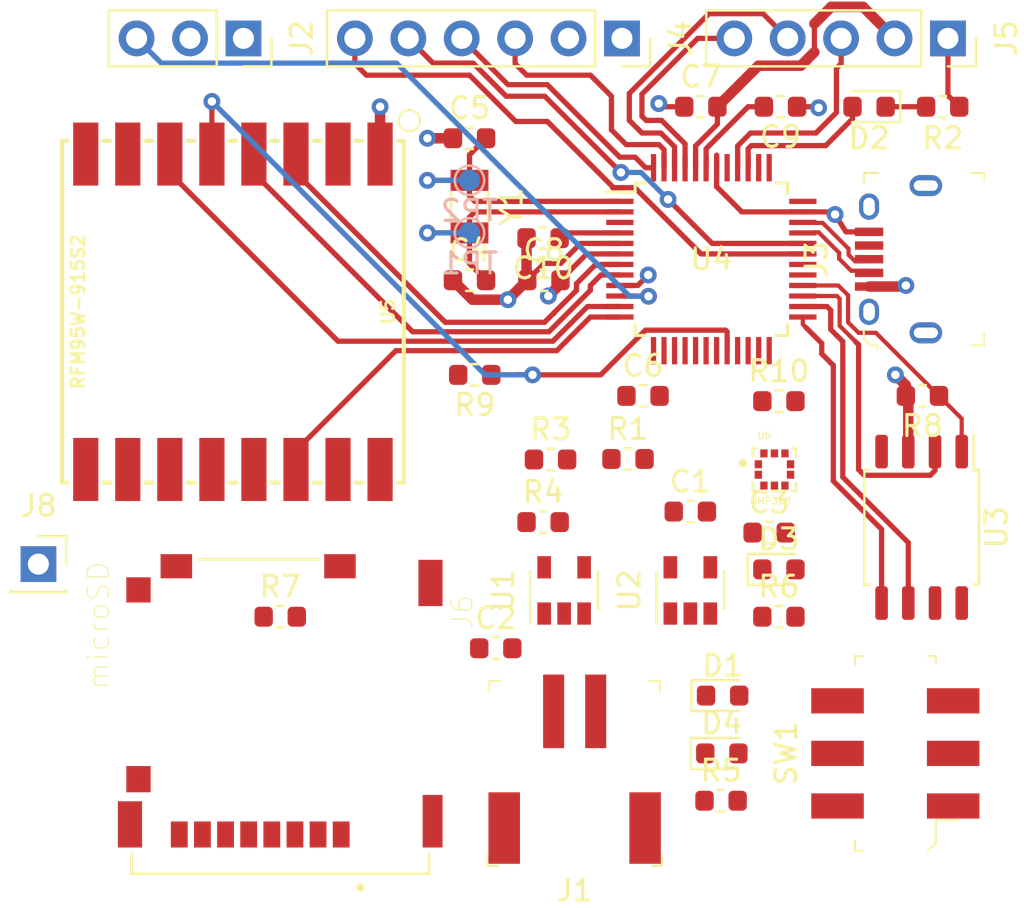
<source format=kicad_pcb>
(kicad_pcb (version 20171130) (host pcbnew "(6.0.0-rc1-dev-1248-ged6c68a1e)")

  (general
    (thickness 1.6)
    (drawings 0)
    (tracks 254)
    (zones 0)
    (modules 41)
    (nets 70)
  )

  (page A4)
  (layers
    (0 F.Cu signal)
    (31 B.Cu signal)
    (32 B.Adhes user)
    (33 F.Adhes user)
    (34 B.Paste user)
    (35 F.Paste user)
    (36 B.SilkS user hide)
    (37 F.SilkS user)
    (38 B.Mask user)
    (39 F.Mask user)
    (40 Dwgs.User user)
    (41 Cmts.User user)
    (42 Eco1.User user)
    (43 Eco2.User user)
    (44 Edge.Cuts user)
    (45 Margin user)
    (46 B.CrtYd user)
    (47 F.CrtYd user)
    (48 B.Fab user)
    (49 F.Fab user hide)
  )

  (setup
    (last_trace_width 0.25)
    (user_trace_width 0.1)
    (user_trace_width 0.2)
    (user_trace_width 0.25)
    (user_trace_width 0.5)
    (trace_clearance 0.2)
    (zone_clearance 0.508)
    (zone_45_only no)
    (trace_min 0.01)
    (via_size 0.8)
    (via_drill 0.4)
    (via_min_size 0.508)
    (via_min_drill 0.254)
    (uvia_size 0.3)
    (uvia_drill 0.1)
    (uvias_allowed no)
    (uvia_min_size 0.2)
    (uvia_min_drill 0.1)
    (edge_width 0.05)
    (segment_width 0.2)
    (pcb_text_width 0.3)
    (pcb_text_size 1.5 1.5)
    (mod_edge_width 0.12)
    (mod_text_size 1 1)
    (mod_text_width 0.15)
    (pad_size 1.524 1.524)
    (pad_drill 0.762)
    (pad_to_mask_clearance 0.051)
    (solder_mask_min_width 0.25)
    (aux_axis_origin 0 0)
    (visible_elements 7FFFFFFF)
    (pcbplotparams
      (layerselection 0x010fc_ffffffff)
      (usegerberextensions false)
      (usegerberattributes false)
      (usegerberadvancedattributes false)
      (creategerberjobfile false)
      (excludeedgelayer true)
      (linewidth 0.100000)
      (plotframeref false)
      (viasonmask false)
      (mode 1)
      (useauxorigin false)
      (hpglpennumber 1)
      (hpglpenspeed 20)
      (hpglpendiameter 15.000000)
      (psnegative false)
      (psa4output false)
      (plotreference true)
      (plotvalue true)
      (plotinvisibletext false)
      (padsonsilk false)
      (subtractmaskfromsilk false)
      (outputformat 1)
      (mirror false)
      (drillshape 1)
      (scaleselection 1)
      (outputdirectory ""))
  )

  (net 0 "")
  (net 1 GND)
  (net 2 VBUS)
  (net 3 +BATT)
  (net 4 +3V3)
  (net 5 "Net-(C4-Pad2)")
  (net 6 "Net-(C5-Pad2)")
  (net 7 "Net-(C9-Pad2)")
  (net 8 /AREF)
  (net 9 /USER_LED)
  (net 10 "Net-(D2-Pad1)")
  (net 11 "Net-(D3-Pad1)")
  (net 12 "Net-(D4-Pad1)")
  (net 13 /ANEN_INT)
  (net 14 /USB_D-)
  (net 15 "Net-(J3-Pad4)")
  (net 16 /USB_D+)
  (net 17 /I2C_SDA)
  (net 18 /I2C_SCL)
  (net 19 /SERIAL_RX)
  (net 20 /SERIAL_TX)
  (net 21 /SWCLK)
  (net 22 /SWDIO)
  (net 23 /RESET)
  (net 24 "Net-(J6-PadP5)")
  (net 25 "Net-(J6-PadP4)")
  (net 26 "Net-(J6-PadP3)")
  (net 27 "Net-(J6-PadDT)")
  (net 28 "Net-(J6-PadSW)")
  (net 29 "Net-(J6-PadP2)")
  (net 30 "Net-(J6-PadP1)")
  (net 31 "Net-(J6-Pad8)")
  (net 32 /microSD_MISO)
  (net 33 /microSD_SCK)
  (net 34 /microSD_MOSI)
  (net 35 /microSD_CS)
  (net 36 "Net-(J6-Pad1)")
  (net 37 /BATT_V)
  (net 38 "Net-(R4-Pad1)")
  (net 39 "Net-(R5-Pad2)")
  (net 40 /FLASH_CS)
  (net 41 /LORA_CS)
  (net 42 /BMP388_CS)
  (net 43 "Net-(SW1-Pad3)")
  (net 44 "Net-(SW1-Pad1)")
  (net 45 "Net-(U2-Pad4)")
  (net 46 /FLASH_SCK)
  (net 47 /FLASH_MOSI)
  (net 48 /FLASH_MISO)
  (net 49 "Net-(U4-Pad41)")
  (net 50 /LORA_INT)
  (net 51 /LORA_RESET)
  (net 52 "Net-(U4-Pad30)")
  (net 53 "Net-(U4-Pad29)")
  (net 54 /BMP388_MISO)
  (net 55 /BMP388_SCK)
  (net 56 /BMP388_MOSI)
  (net 57 /LORA_MISO)
  (net 58 /LORA_SCK)
  (net 59 /LORA_MOSI)
  (net 60 "Net-(U4-Pad3)")
  (net 61 "Net-(U5-Pad7)")
  (net 62 "Net-(U5-Pad11)")
  (net 63 "Net-(U5-Pad12)")
  (net 64 "Net-(U5-Pad15)")
  (net 65 "Net-(U5-Pad16)")
  (net 66 "Net-(U6-Pad7)")
  (net 67 "Net-(J8-Pad1)")
  (net 68 "Net-(U4-Pad37)")
  (net 69 "Net-(U4-Pad38)")

  (net_class Default "This is the default net class."
    (clearance 0.2)
    (trace_width 0.25)
    (via_dia 0.8)
    (via_drill 0.4)
    (uvia_dia 0.3)
    (uvia_drill 0.1)
    (add_net +3V3)
    (add_net +BATT)
    (add_net /ANEN_INT)
    (add_net /AREF)
    (add_net /BATT_V)
    (add_net /BMP388_CS)
    (add_net /BMP388_MISO)
    (add_net /BMP388_MOSI)
    (add_net /BMP388_SCK)
    (add_net /FLASH_CS)
    (add_net /FLASH_MISO)
    (add_net /FLASH_MOSI)
    (add_net /FLASH_SCK)
    (add_net /I2C_SCL)
    (add_net /I2C_SDA)
    (add_net /LORA_CS)
    (add_net /LORA_INT)
    (add_net /LORA_MISO)
    (add_net /LORA_MOSI)
    (add_net /LORA_RESET)
    (add_net /LORA_SCK)
    (add_net /RESET)
    (add_net /SERIAL_RX)
    (add_net /SERIAL_TX)
    (add_net /SWCLK)
    (add_net /SWDIO)
    (add_net /USB_D+)
    (add_net /USB_D-)
    (add_net /USER_LED)
    (add_net /microSD_CS)
    (add_net /microSD_MISO)
    (add_net /microSD_MOSI)
    (add_net /microSD_SCK)
    (add_net GND)
    (add_net "Net-(C4-Pad2)")
    (add_net "Net-(C5-Pad2)")
    (add_net "Net-(C9-Pad2)")
    (add_net "Net-(D2-Pad1)")
    (add_net "Net-(D3-Pad1)")
    (add_net "Net-(D4-Pad1)")
    (add_net "Net-(J3-Pad4)")
    (add_net "Net-(J6-Pad1)")
    (add_net "Net-(J6-Pad8)")
    (add_net "Net-(J6-PadDT)")
    (add_net "Net-(J6-PadP1)")
    (add_net "Net-(J6-PadP2)")
    (add_net "Net-(J6-PadP3)")
    (add_net "Net-(J6-PadP4)")
    (add_net "Net-(J6-PadP5)")
    (add_net "Net-(J6-PadSW)")
    (add_net "Net-(J8-Pad1)")
    (add_net "Net-(R4-Pad1)")
    (add_net "Net-(R5-Pad2)")
    (add_net "Net-(SW1-Pad1)")
    (add_net "Net-(SW1-Pad3)")
    (add_net "Net-(U2-Pad4)")
    (add_net "Net-(U4-Pad29)")
    (add_net "Net-(U4-Pad3)")
    (add_net "Net-(U4-Pad30)")
    (add_net "Net-(U4-Pad37)")
    (add_net "Net-(U4-Pad38)")
    (add_net "Net-(U4-Pad41)")
    (add_net "Net-(U5-Pad11)")
    (add_net "Net-(U5-Pad12)")
    (add_net "Net-(U5-Pad15)")
    (add_net "Net-(U5-Pad16)")
    (add_net "Net-(U5-Pad7)")
    (add_net "Net-(U6-Pad7)")
    (add_net VBUS)
  )

  (module footprints:RFM69HCW-XXXS2 (layer F.Cu) (tedit 200000) (tstamp 5D1423D8)
    (at 136.75 151.5 270)
    (descr "HOPE RF RFM69HCW RF TRANSCIEVER")
    (tags "HOPE RF RFM69HCW RF TRANSCIEVER")
    (path /5D020434)
    (attr smd)
    (fp_text reference U5 (at 0 -7.366 270) (layer F.SilkS)
      (effects (font (size 0.6096 0.6096) (thickness 0.127)))
    )
    (fp_text value RFM95W-915S2 (at 0 7.366 270) (layer F.SilkS)
      (effects (font (size 0.6096 0.6096) (thickness 0.127)))
    )
    (fp_text user 1 (at -4.84886 -5.98424 270) (layer Dwgs.User)
      (effects (font (size 1.27 1.27) (thickness 0.1524)))
    )
    (fp_circle (center -9.08812 -8.38962) (end -9.08812 -8.89762) (layer F.SilkS) (width 0.1))
    (fp_line (start 8.12546 -6.1722) (end 8.12546 -5.842) (layer F.SilkS) (width 0.2032))
    (fp_line (start 8.12546 -4.17322) (end 8.12546 -3.84302) (layer F.SilkS) (width 0.2032))
    (fp_line (start 8.12546 -2.1717) (end 8.12546 -1.8415) (layer F.SilkS) (width 0.2032))
    (fp_line (start 8.12546 -0.17272) (end 8.12546 0.15494) (layer F.SilkS) (width 0.2032))
    (fp_line (start 8.12546 1.82372) (end 8.12546 2.15392) (layer F.SilkS) (width 0.2032))
    (fp_line (start 8.12546 3.82524) (end 8.12546 4.15544) (layer F.SilkS) (width 0.2032))
    (fp_line (start 8.12546 5.82422) (end 8.12546 6.15442) (layer F.SilkS) (width 0.2032))
    (fp_line (start -8.12546 6.1722) (end -8.12546 5.842) (layer F.SilkS) (width 0.2032))
    (fp_line (start -8.12546 4.17322) (end -8.12546 3.84302) (layer F.SilkS) (width 0.2032))
    (fp_line (start -8.12546 2.1717) (end -8.12546 1.8415) (layer F.SilkS) (width 0.2032))
    (fp_line (start -8.12546 0.17272) (end -8.12546 -0.15494) (layer F.SilkS) (width 0.2032))
    (fp_line (start -8.12546 -1.82372) (end -8.12546 -2.15392) (layer F.SilkS) (width 0.2032))
    (fp_line (start -8.12546 -3.82524) (end -8.12546 -4.15544) (layer F.SilkS) (width 0.2032))
    (fp_line (start -8.12546 -7.85876) (end -8.12546 -8.12546) (layer F.SilkS) (width 0.2032))
    (fp_line (start 8.12546 -8.12546) (end 8.12546 -7.85876) (layer F.SilkS) (width 0.2032))
    (fp_line (start -8.12546 -5.82422) (end -8.12546 -6.15442) (layer F.SilkS) (width 0.2032))
    (fp_line (start 8.12546 7.85876) (end 8.12546 8.12546) (layer F.SilkS) (width 0.2032))
    (fp_line (start -8.12546 8.12546) (end -8.12546 7.85876) (layer F.SilkS) (width 0.2032))
    (fp_line (start -7.99846 -7.99846) (end -7.99846 7.99846) (layer Dwgs.User) (width 0.127))
    (fp_line (start 7.99846 -7.99846) (end -7.99846 -7.99846) (layer Dwgs.User) (width 0.127))
    (fp_line (start 7.99846 7.99846) (end 7.99846 -7.99846) (layer Dwgs.User) (width 0.127))
    (fp_line (start -7.99846 7.99846) (end 7.99846 7.99846) (layer Dwgs.User) (width 0.127))
    (fp_line (start 3.99796 0.49784) (end 1.99898 0.49784) (layer Dwgs.User) (width 0.2032))
    (fp_line (start 3.99796 0.49784) (end 3.99796 -1.4986) (layer Dwgs.User) (width 0.2032))
    (fp_line (start 3.99796 -1.4986) (end 1.99898 -1.4986) (layer Dwgs.User) (width 0.2032))
    (fp_line (start 1.99898 0.49784) (end 1.99898 -1.4986) (layer Dwgs.User) (width 0.2032))
    (fp_line (start 0 -5.99948) (end -3.99796 -5.99948) (layer Dwgs.User) (width 0.2032))
    (fp_line (start 0 -1.99898) (end 0 -5.99948) (layer Dwgs.User) (width 0.2032))
    (fp_line (start -3.99796 -1.99898) (end 0 -1.99898) (layer Dwgs.User) (width 0.2032))
    (fp_line (start -3.99796 -5.99948) (end -3.99796 -1.99898) (layer Dwgs.User) (width 0.2032))
    (fp_line (start 8.12546 8.12546) (end -8.12546 8.12546) (layer F.SilkS) (width 0.2032))
    (fp_line (start -8.12546 -8.12546) (end 8.12546 -8.12546) (layer F.SilkS) (width 0.2032))
    (pad 16 smd rect (at 7.49808 -6.9977 270) (size 2.99974 1.19888) (layers F.Cu F.Paste F.Mask)
      (net 65 "Net-(U5-Pad16)") (solder_mask_margin 0.1016))
    (pad 15 smd rect (at 7.49808 -4.99872 270) (size 2.99974 1.19888) (layers F.Cu F.Paste F.Mask)
      (net 64 "Net-(U5-Pad15)") (solder_mask_margin 0.1016))
    (pad 14 smd rect (at 7.49808 -2.99974 270) (size 2.99974 1.19888) (layers F.Cu F.Paste F.Mask)
      (net 50 /LORA_INT) (solder_mask_margin 0.1016))
    (pad 13 smd rect (at 7.49808 -0.99822 270) (size 2.99974 1.19888) (layers F.Cu F.Paste F.Mask)
      (net 4 +3V3) (solder_mask_margin 0.1016))
    (pad 12 smd rect (at 7.49808 0.99822 270) (size 2.99974 1.19888) (layers F.Cu F.Paste F.Mask)
      (net 63 "Net-(U5-Pad12)") (solder_mask_margin 0.1016))
    (pad 11 smd rect (at 7.49808 2.99974 270) (size 2.99974 1.19888) (layers F.Cu F.Paste F.Mask)
      (net 62 "Net-(U5-Pad11)") (solder_mask_margin 0.1016))
    (pad 10 smd rect (at 7.49808 4.99872 270) (size 2.99974 1.19888) (layers F.Cu F.Paste F.Mask)
      (net 1 GND) (solder_mask_margin 0.1016))
    (pad 9 smd rect (at 7.49808 6.9977 270) (size 2.99974 1.19888) (layers F.Cu F.Paste F.Mask)
      (net 67 "Net-(J8-Pad1)") (solder_mask_margin 0.1016))
    (pad 8 smd rect (at -7.49808 6.9977 270) (size 2.99974 1.19888) (layers F.Cu F.Paste F.Mask)
      (net 1 GND) (solder_mask_margin 0.1016))
    (pad 7 smd rect (at -7.49808 4.99872 270) (size 2.99974 1.19888) (layers F.Cu F.Paste F.Mask)
      (net 61 "Net-(U5-Pad7)") (solder_mask_margin 0.1016))
    (pad 6 smd rect (at -7.49808 2.99974 270) (size 2.99974 1.19888) (layers F.Cu F.Paste F.Mask)
      (net 51 /LORA_RESET) (solder_mask_margin 0.1016))
    (pad 5 smd rect (at -7.49808 0.99822 270) (size 2.99974 1.19888) (layers F.Cu F.Paste F.Mask)
      (net 41 /LORA_CS) (solder_mask_margin 0.1016))
    (pad 4 smd rect (at -7.49808 -0.99822 270) (size 2.99974 1.19888) (layers F.Cu F.Paste F.Mask)
      (net 58 /LORA_SCK) (solder_mask_margin 0.1016))
    (pad 3 smd rect (at -7.49808 -2.99974 270) (size 2.99974 1.19888) (layers F.Cu F.Paste F.Mask)
      (net 59 /LORA_MOSI) (solder_mask_margin 0.1016))
    (pad 2 smd rect (at -7.49808 -4.99872 270) (size 2.99974 1.19888) (layers F.Cu F.Paste F.Mask)
      (net 57 /LORA_MISO) (solder_mask_margin 0.1016))
    (pad 1 smd rect (at -7.49808 -6.9977 270) (size 2.99974 1.19888) (layers F.Cu F.Paste F.Mask)
      (net 1 GND) (solder_mask_margin 0.1016))
  )

  (module footprints:C_0603_1608Metric (layer F.Cu) (tedit 5B301BBE) (tstamp 5D142099)
    (at 158.5 161)
    (descr "Capacitor SMD 0603 (1608 Metric), square (rectangular) end terminal, IPC_7351 nominal, (Body size source: http://www.tortai-tech.com/upload/download/2011102023233369053.pdf), generated with kicad-footprint-generator")
    (tags capacitor)
    (path /5CF60B62)
    (attr smd)
    (fp_text reference C1 (at 0 -1.43) (layer F.SilkS)
      (effects (font (size 1 1) (thickness 0.15)))
    )
    (fp_text value 10uF (at 0 1.43) (layer F.Fab)
      (effects (font (size 1 1) (thickness 0.15)))
    )
    (fp_text user %R (at 0 0) (layer F.Fab)
      (effects (font (size 0.4 0.4) (thickness 0.06)))
    )
    (fp_line (start 1.48 0.73) (end -1.48 0.73) (layer F.CrtYd) (width 0.05))
    (fp_line (start 1.48 -0.73) (end 1.48 0.73) (layer F.CrtYd) (width 0.05))
    (fp_line (start -1.48 -0.73) (end 1.48 -0.73) (layer F.CrtYd) (width 0.05))
    (fp_line (start -1.48 0.73) (end -1.48 -0.73) (layer F.CrtYd) (width 0.05))
    (fp_line (start -0.162779 0.51) (end 0.162779 0.51) (layer F.SilkS) (width 0.12))
    (fp_line (start -0.162779 -0.51) (end 0.162779 -0.51) (layer F.SilkS) (width 0.12))
    (fp_line (start 0.8 0.4) (end -0.8 0.4) (layer F.Fab) (width 0.1))
    (fp_line (start 0.8 -0.4) (end 0.8 0.4) (layer F.Fab) (width 0.1))
    (fp_line (start -0.8 -0.4) (end 0.8 -0.4) (layer F.Fab) (width 0.1))
    (fp_line (start -0.8 0.4) (end -0.8 -0.4) (layer F.Fab) (width 0.1))
    (pad 2 smd roundrect (at 0.7875 0) (size 0.875 0.95) (layers F.Cu F.Paste F.Mask) (roundrect_rratio 0.25)
      (net 1 GND))
    (pad 1 smd roundrect (at -0.7875 0) (size 0.875 0.95) (layers F.Cu F.Paste F.Mask) (roundrect_rratio 0.25)
      (net 2 VBUS))
    (model ${KISYS3DMOD}/Capacitor_SMD.3dshapes/C_0603_1608Metric.wrl
      (at (xyz 0 0 0))
      (scale (xyz 1 1 1))
      (rotate (xyz 0 0 0))
    )
  )

  (module footprints:C_0603_1608Metric (layer F.Cu) (tedit 5B301BBE) (tstamp 5D1420AA)
    (at 149.25 167.5)
    (descr "Capacitor SMD 0603 (1608 Metric), square (rectangular) end terminal, IPC_7351 nominal, (Body size source: http://www.tortai-tech.com/upload/download/2011102023233369053.pdf), generated with kicad-footprint-generator")
    (tags capacitor)
    (path /5CF7ADE5)
    (attr smd)
    (fp_text reference C2 (at 0 -1.43) (layer F.SilkS)
      (effects (font (size 1 1) (thickness 0.15)))
    )
    (fp_text value 10uF (at 0 1.43) (layer F.Fab)
      (effects (font (size 1 1) (thickness 0.15)))
    )
    (fp_line (start -0.8 0.4) (end -0.8 -0.4) (layer F.Fab) (width 0.1))
    (fp_line (start -0.8 -0.4) (end 0.8 -0.4) (layer F.Fab) (width 0.1))
    (fp_line (start 0.8 -0.4) (end 0.8 0.4) (layer F.Fab) (width 0.1))
    (fp_line (start 0.8 0.4) (end -0.8 0.4) (layer F.Fab) (width 0.1))
    (fp_line (start -0.162779 -0.51) (end 0.162779 -0.51) (layer F.SilkS) (width 0.12))
    (fp_line (start -0.162779 0.51) (end 0.162779 0.51) (layer F.SilkS) (width 0.12))
    (fp_line (start -1.48 0.73) (end -1.48 -0.73) (layer F.CrtYd) (width 0.05))
    (fp_line (start -1.48 -0.73) (end 1.48 -0.73) (layer F.CrtYd) (width 0.05))
    (fp_line (start 1.48 -0.73) (end 1.48 0.73) (layer F.CrtYd) (width 0.05))
    (fp_line (start 1.48 0.73) (end -1.48 0.73) (layer F.CrtYd) (width 0.05))
    (fp_text user %R (at 0 0) (layer F.Fab)
      (effects (font (size 0.4 0.4) (thickness 0.06)))
    )
    (pad 1 smd roundrect (at -0.7875 0) (size 0.875 0.95) (layers F.Cu F.Paste F.Mask) (roundrect_rratio 0.25)
      (net 3 +BATT))
    (pad 2 smd roundrect (at 0.7875 0) (size 0.875 0.95) (layers F.Cu F.Paste F.Mask) (roundrect_rratio 0.25)
      (net 1 GND))
    (model ${KISYS3DMOD}/Capacitor_SMD.3dshapes/C_0603_1608Metric.wrl
      (at (xyz 0 0 0))
      (scale (xyz 1 1 1))
      (rotate (xyz 0 0 0))
    )
  )

  (module footprints:C_0603_1608Metric (layer F.Cu) (tedit 5B301BBE) (tstamp 5D1420BB)
    (at 162.25 162)
    (descr "Capacitor SMD 0603 (1608 Metric), square (rectangular) end terminal, IPC_7351 nominal, (Body size source: http://www.tortai-tech.com/upload/download/2011102023233369053.pdf), generated with kicad-footprint-generator")
    (tags capacitor)
    (path /5CF5708D)
    (attr smd)
    (fp_text reference C3 (at 0 -1.43) (layer F.SilkS)
      (effects (font (size 1 1) (thickness 0.15)))
    )
    (fp_text value 10uF (at 0 1.43) (layer F.Fab)
      (effects (font (size 1 1) (thickness 0.15)))
    )
    (fp_text user %R (at 0 0) (layer F.Fab)
      (effects (font (size 0.4 0.4) (thickness 0.06)))
    )
    (fp_line (start 1.48 0.73) (end -1.48 0.73) (layer F.CrtYd) (width 0.05))
    (fp_line (start 1.48 -0.73) (end 1.48 0.73) (layer F.CrtYd) (width 0.05))
    (fp_line (start -1.48 -0.73) (end 1.48 -0.73) (layer F.CrtYd) (width 0.05))
    (fp_line (start -1.48 0.73) (end -1.48 -0.73) (layer F.CrtYd) (width 0.05))
    (fp_line (start -0.162779 0.51) (end 0.162779 0.51) (layer F.SilkS) (width 0.12))
    (fp_line (start -0.162779 -0.51) (end 0.162779 -0.51) (layer F.SilkS) (width 0.12))
    (fp_line (start 0.8 0.4) (end -0.8 0.4) (layer F.Fab) (width 0.1))
    (fp_line (start 0.8 -0.4) (end 0.8 0.4) (layer F.Fab) (width 0.1))
    (fp_line (start -0.8 -0.4) (end 0.8 -0.4) (layer F.Fab) (width 0.1))
    (fp_line (start -0.8 0.4) (end -0.8 -0.4) (layer F.Fab) (width 0.1))
    (pad 2 smd roundrect (at 0.7875 0) (size 0.875 0.95) (layers F.Cu F.Paste F.Mask) (roundrect_rratio 0.25)
      (net 1 GND))
    (pad 1 smd roundrect (at -0.7875 0) (size 0.875 0.95) (layers F.Cu F.Paste F.Mask) (roundrect_rratio 0.25)
      (net 4 +3V3))
    (model ${KISYS3DMOD}/Capacitor_SMD.3dshapes/C_0603_1608Metric.wrl
      (at (xyz 0 0 0))
      (scale (xyz 1 1 1))
      (rotate (xyz 0 0 0))
    )
  )

  (module footprints:C_0603_1608Metric (layer F.Cu) (tedit 5B301BBE) (tstamp 5D1420CC)
    (at 148 150)
    (descr "Capacitor SMD 0603 (1608 Metric), square (rectangular) end terminal, IPC_7351 nominal, (Body size source: http://www.tortai-tech.com/upload/download/2011102023233369053.pdf), generated with kicad-footprint-generator")
    (tags capacitor)
    (path /5D147DA2)
    (attr smd)
    (fp_text reference C4 (at 0 -1.43) (layer F.SilkS)
      (effects (font (size 1 1) (thickness 0.15)))
    )
    (fp_text value 22pF (at 0 1.43) (layer F.Fab)
      (effects (font (size 1 1) (thickness 0.15)))
    )
    (fp_line (start -0.8 0.4) (end -0.8 -0.4) (layer F.Fab) (width 0.1))
    (fp_line (start -0.8 -0.4) (end 0.8 -0.4) (layer F.Fab) (width 0.1))
    (fp_line (start 0.8 -0.4) (end 0.8 0.4) (layer F.Fab) (width 0.1))
    (fp_line (start 0.8 0.4) (end -0.8 0.4) (layer F.Fab) (width 0.1))
    (fp_line (start -0.162779 -0.51) (end 0.162779 -0.51) (layer F.SilkS) (width 0.12))
    (fp_line (start -0.162779 0.51) (end 0.162779 0.51) (layer F.SilkS) (width 0.12))
    (fp_line (start -1.48 0.73) (end -1.48 -0.73) (layer F.CrtYd) (width 0.05))
    (fp_line (start -1.48 -0.73) (end 1.48 -0.73) (layer F.CrtYd) (width 0.05))
    (fp_line (start 1.48 -0.73) (end 1.48 0.73) (layer F.CrtYd) (width 0.05))
    (fp_line (start 1.48 0.73) (end -1.48 0.73) (layer F.CrtYd) (width 0.05))
    (fp_text user %R (at 0 0) (layer F.Fab)
      (effects (font (size 0.4 0.4) (thickness 0.06)))
    )
    (pad 1 smd roundrect (at -0.7875 0) (size 0.875 0.95) (layers F.Cu F.Paste F.Mask) (roundrect_rratio 0.25)
      (net 1 GND))
    (pad 2 smd roundrect (at 0.7875 0) (size 0.875 0.95) (layers F.Cu F.Paste F.Mask) (roundrect_rratio 0.25)
      (net 5 "Net-(C4-Pad2)"))
    (model ${KISYS3DMOD}/Capacitor_SMD.3dshapes/C_0603_1608Metric.wrl
      (at (xyz 0 0 0))
      (scale (xyz 1 1 1))
      (rotate (xyz 0 0 0))
    )
  )

  (module footprints:C_0603_1608Metric (layer F.Cu) (tedit 5B301BBE) (tstamp 5D1420DD)
    (at 148 143.25)
    (descr "Capacitor SMD 0603 (1608 Metric), square (rectangular) end terminal, IPC_7351 nominal, (Body size source: http://www.tortai-tech.com/upload/download/2011102023233369053.pdf), generated with kicad-footprint-generator")
    (tags capacitor)
    (path /5D148980)
    (attr smd)
    (fp_text reference C5 (at 0 -1.43) (layer F.SilkS)
      (effects (font (size 1 1) (thickness 0.15)))
    )
    (fp_text value 22pF (at 0 1.43) (layer F.Fab)
      (effects (font (size 1 1) (thickness 0.15)))
    )
    (fp_text user %R (at 0 0) (layer F.Fab)
      (effects (font (size 0.4 0.4) (thickness 0.06)))
    )
    (fp_line (start 1.48 0.73) (end -1.48 0.73) (layer F.CrtYd) (width 0.05))
    (fp_line (start 1.48 -0.73) (end 1.48 0.73) (layer F.CrtYd) (width 0.05))
    (fp_line (start -1.48 -0.73) (end 1.48 -0.73) (layer F.CrtYd) (width 0.05))
    (fp_line (start -1.48 0.73) (end -1.48 -0.73) (layer F.CrtYd) (width 0.05))
    (fp_line (start -0.162779 0.51) (end 0.162779 0.51) (layer F.SilkS) (width 0.12))
    (fp_line (start -0.162779 -0.51) (end 0.162779 -0.51) (layer F.SilkS) (width 0.12))
    (fp_line (start 0.8 0.4) (end -0.8 0.4) (layer F.Fab) (width 0.1))
    (fp_line (start 0.8 -0.4) (end 0.8 0.4) (layer F.Fab) (width 0.1))
    (fp_line (start -0.8 -0.4) (end 0.8 -0.4) (layer F.Fab) (width 0.1))
    (fp_line (start -0.8 0.4) (end -0.8 -0.4) (layer F.Fab) (width 0.1))
    (pad 2 smd roundrect (at 0.7875 0) (size 0.875 0.95) (layers F.Cu F.Paste F.Mask) (roundrect_rratio 0.25)
      (net 6 "Net-(C5-Pad2)"))
    (pad 1 smd roundrect (at -0.7875 0) (size 0.875 0.95) (layers F.Cu F.Paste F.Mask) (roundrect_rratio 0.25)
      (net 1 GND))
    (model ${KISYS3DMOD}/Capacitor_SMD.3dshapes/C_0603_1608Metric.wrl
      (at (xyz 0 0 0))
      (scale (xyz 1 1 1))
      (rotate (xyz 0 0 0))
    )
  )

  (module footprints:C_0603_1608Metric (layer F.Cu) (tedit 5B301BBE) (tstamp 5D1420EE)
    (at 156.25 155.5)
    (descr "Capacitor SMD 0603 (1608 Metric), square (rectangular) end terminal, IPC_7351 nominal, (Body size source: http://www.tortai-tech.com/upload/download/2011102023233369053.pdf), generated with kicad-footprint-generator")
    (tags capacitor)
    (path /5CF55688)
    (attr smd)
    (fp_text reference C6 (at 0 -1.43) (layer F.SilkS)
      (effects (font (size 1 1) (thickness 0.15)))
    )
    (fp_text value 100nF (at 0 1.43) (layer F.Fab)
      (effects (font (size 1 1) (thickness 0.15)))
    )
    (fp_line (start -0.8 0.4) (end -0.8 -0.4) (layer F.Fab) (width 0.1))
    (fp_line (start -0.8 -0.4) (end 0.8 -0.4) (layer F.Fab) (width 0.1))
    (fp_line (start 0.8 -0.4) (end 0.8 0.4) (layer F.Fab) (width 0.1))
    (fp_line (start 0.8 0.4) (end -0.8 0.4) (layer F.Fab) (width 0.1))
    (fp_line (start -0.162779 -0.51) (end 0.162779 -0.51) (layer F.SilkS) (width 0.12))
    (fp_line (start -0.162779 0.51) (end 0.162779 0.51) (layer F.SilkS) (width 0.12))
    (fp_line (start -1.48 0.73) (end -1.48 -0.73) (layer F.CrtYd) (width 0.05))
    (fp_line (start -1.48 -0.73) (end 1.48 -0.73) (layer F.CrtYd) (width 0.05))
    (fp_line (start 1.48 -0.73) (end 1.48 0.73) (layer F.CrtYd) (width 0.05))
    (fp_line (start 1.48 0.73) (end -1.48 0.73) (layer F.CrtYd) (width 0.05))
    (fp_text user %R (at 0 0) (layer F.Fab)
      (effects (font (size 0.4 0.4) (thickness 0.06)))
    )
    (pad 1 smd roundrect (at -0.7875 0) (size 0.875 0.95) (layers F.Cu F.Paste F.Mask) (roundrect_rratio 0.25)
      (net 1 GND))
    (pad 2 smd roundrect (at 0.7875 0) (size 0.875 0.95) (layers F.Cu F.Paste F.Mask) (roundrect_rratio 0.25)
      (net 4 +3V3))
    (model ${KISYS3DMOD}/Capacitor_SMD.3dshapes/C_0603_1608Metric.wrl
      (at (xyz 0 0 0))
      (scale (xyz 1 1 1))
      (rotate (xyz 0 0 0))
    )
  )

  (module footprints:C_0603_1608Metric (layer F.Cu) (tedit 5B301BBE) (tstamp 5D154D71)
    (at 159 141.75)
    (descr "Capacitor SMD 0603 (1608 Metric), square (rectangular) end terminal, IPC_7351 nominal, (Body size source: http://www.tortai-tech.com/upload/download/2011102023233369053.pdf), generated with kicad-footprint-generator")
    (tags capacitor)
    (path /5CF54F74)
    (attr smd)
    (fp_text reference C7 (at 0 -1.43) (layer F.SilkS)
      (effects (font (size 1 1) (thickness 0.15)))
    )
    (fp_text value 100nF (at 0 1.43) (layer F.Fab)
      (effects (font (size 1 1) (thickness 0.15)))
    )
    (fp_text user %R (at 0 0) (layer F.Fab)
      (effects (font (size 0.4 0.4) (thickness 0.06)))
    )
    (fp_line (start 1.48 0.73) (end -1.48 0.73) (layer F.CrtYd) (width 0.05))
    (fp_line (start 1.48 -0.73) (end 1.48 0.73) (layer F.CrtYd) (width 0.05))
    (fp_line (start -1.48 -0.73) (end 1.48 -0.73) (layer F.CrtYd) (width 0.05))
    (fp_line (start -1.48 0.73) (end -1.48 -0.73) (layer F.CrtYd) (width 0.05))
    (fp_line (start -0.162779 0.51) (end 0.162779 0.51) (layer F.SilkS) (width 0.12))
    (fp_line (start -0.162779 -0.51) (end 0.162779 -0.51) (layer F.SilkS) (width 0.12))
    (fp_line (start 0.8 0.4) (end -0.8 0.4) (layer F.Fab) (width 0.1))
    (fp_line (start 0.8 -0.4) (end 0.8 0.4) (layer F.Fab) (width 0.1))
    (fp_line (start -0.8 -0.4) (end 0.8 -0.4) (layer F.Fab) (width 0.1))
    (fp_line (start -0.8 0.4) (end -0.8 -0.4) (layer F.Fab) (width 0.1))
    (pad 2 smd roundrect (at 0.7875 0) (size 0.875 0.95) (layers F.Cu F.Paste F.Mask) (roundrect_rratio 0.25)
      (net 4 +3V3))
    (pad 1 smd roundrect (at -0.7875 0) (size 0.875 0.95) (layers F.Cu F.Paste F.Mask) (roundrect_rratio 0.25)
      (net 1 GND))
    (model ${KISYS3DMOD}/Capacitor_SMD.3dshapes/C_0603_1608Metric.wrl
      (at (xyz 0 0 0))
      (scale (xyz 1 1 1))
      (rotate (xyz 0 0 0))
    )
  )

  (module footprints:C_0603_1608Metric (layer F.Cu) (tedit 5B301BBE) (tstamp 5D142110)
    (at 151.5375 150)
    (descr "Capacitor SMD 0603 (1608 Metric), square (rectangular) end terminal, IPC_7351 nominal, (Body size source: http://www.tortai-tech.com/upload/download/2011102023233369053.pdf), generated with kicad-footprint-generator")
    (tags capacitor)
    (path /5CF53FE1)
    (attr smd)
    (fp_text reference C8 (at 0 -1.43) (layer F.SilkS)
      (effects (font (size 1 1) (thickness 0.15)))
    )
    (fp_text value 100nF (at 0 1.43) (layer F.Fab)
      (effects (font (size 1 1) (thickness 0.15)))
    )
    (fp_line (start -0.8 0.4) (end -0.8 -0.4) (layer F.Fab) (width 0.1))
    (fp_line (start -0.8 -0.4) (end 0.8 -0.4) (layer F.Fab) (width 0.1))
    (fp_line (start 0.8 -0.4) (end 0.8 0.4) (layer F.Fab) (width 0.1))
    (fp_line (start 0.8 0.4) (end -0.8 0.4) (layer F.Fab) (width 0.1))
    (fp_line (start -0.162779 -0.51) (end 0.162779 -0.51) (layer F.SilkS) (width 0.12))
    (fp_line (start -0.162779 0.51) (end 0.162779 0.51) (layer F.SilkS) (width 0.12))
    (fp_line (start -1.48 0.73) (end -1.48 -0.73) (layer F.CrtYd) (width 0.05))
    (fp_line (start -1.48 -0.73) (end 1.48 -0.73) (layer F.CrtYd) (width 0.05))
    (fp_line (start 1.48 -0.73) (end 1.48 0.73) (layer F.CrtYd) (width 0.05))
    (fp_line (start 1.48 0.73) (end -1.48 0.73) (layer F.CrtYd) (width 0.05))
    (fp_text user %R (at 0 0) (layer F.Fab)
      (effects (font (size 0.4 0.4) (thickness 0.06)))
    )
    (pad 1 smd roundrect (at -0.7875 0) (size 0.875 0.95) (layers F.Cu F.Paste F.Mask) (roundrect_rratio 0.25)
      (net 1 GND))
    (pad 2 smd roundrect (at 0.7875 0) (size 0.875 0.95) (layers F.Cu F.Paste F.Mask) (roundrect_rratio 0.25)
      (net 4 +3V3))
    (model ${KISYS3DMOD}/Capacitor_SMD.3dshapes/C_0603_1608Metric.wrl
      (at (xyz 0 0 0))
      (scale (xyz 1 1 1))
      (rotate (xyz 0 0 0))
    )
  )

  (module footprints:C_0603_1608Metric (layer F.Cu) (tedit 5B301BBE) (tstamp 5D154508)
    (at 162.7875 141.75 180)
    (descr "Capacitor SMD 0603 (1608 Metric), square (rectangular) end terminal, IPC_7351 nominal, (Body size source: http://www.tortai-tech.com/upload/download/2011102023233369053.pdf), generated with kicad-footprint-generator")
    (tags capacitor)
    (path /5CF3E2FE)
    (attr smd)
    (fp_text reference C9 (at 0 -1.43 180) (layer F.SilkS)
      (effects (font (size 1 1) (thickness 0.15)))
    )
    (fp_text value 1uF (at 0 1.43 180) (layer F.Fab)
      (effects (font (size 1 1) (thickness 0.15)))
    )
    (fp_text user %R (at 0 0 180) (layer F.Fab)
      (effects (font (size 0.4 0.4) (thickness 0.06)))
    )
    (fp_line (start 1.48 0.73) (end -1.48 0.73) (layer F.CrtYd) (width 0.05))
    (fp_line (start 1.48 -0.73) (end 1.48 0.73) (layer F.CrtYd) (width 0.05))
    (fp_line (start -1.48 -0.73) (end 1.48 -0.73) (layer F.CrtYd) (width 0.05))
    (fp_line (start -1.48 0.73) (end -1.48 -0.73) (layer F.CrtYd) (width 0.05))
    (fp_line (start -0.162779 0.51) (end 0.162779 0.51) (layer F.SilkS) (width 0.12))
    (fp_line (start -0.162779 -0.51) (end 0.162779 -0.51) (layer F.SilkS) (width 0.12))
    (fp_line (start 0.8 0.4) (end -0.8 0.4) (layer F.Fab) (width 0.1))
    (fp_line (start 0.8 -0.4) (end 0.8 0.4) (layer F.Fab) (width 0.1))
    (fp_line (start -0.8 -0.4) (end 0.8 -0.4) (layer F.Fab) (width 0.1))
    (fp_line (start -0.8 0.4) (end -0.8 -0.4) (layer F.Fab) (width 0.1))
    (pad 2 smd roundrect (at 0.7875 0 180) (size 0.875 0.95) (layers F.Cu F.Paste F.Mask) (roundrect_rratio 0.25)
      (net 7 "Net-(C9-Pad2)"))
    (pad 1 smd roundrect (at -0.7875 0 180) (size 0.875 0.95) (layers F.Cu F.Paste F.Mask) (roundrect_rratio 0.25)
      (net 1 GND))
    (model ${KISYS3DMOD}/Capacitor_SMD.3dshapes/C_0603_1608Metric.wrl
      (at (xyz 0 0 0))
      (scale (xyz 1 1 1))
      (rotate (xyz 0 0 0))
    )
  )

  (module footprints:C_0603_1608Metric (layer F.Cu) (tedit 5B301BBE) (tstamp 5D14C644)
    (at 151.5 148 180)
    (descr "Capacitor SMD 0603 (1608 Metric), square (rectangular) end terminal, IPC_7351 nominal, (Body size source: http://www.tortai-tech.com/upload/download/2011102023233369053.pdf), generated with kicad-footprint-generator")
    (tags capacitor)
    (path /5CFEE4CF)
    (attr smd)
    (fp_text reference C10 (at 0 -1.43 180) (layer F.SilkS)
      (effects (font (size 1 1) (thickness 0.15)))
    )
    (fp_text value 1uF (at 0 1.43 180) (layer F.Fab)
      (effects (font (size 1 1) (thickness 0.15)))
    )
    (fp_line (start -0.8 0.4) (end -0.8 -0.4) (layer F.Fab) (width 0.1))
    (fp_line (start -0.8 -0.4) (end 0.8 -0.4) (layer F.Fab) (width 0.1))
    (fp_line (start 0.8 -0.4) (end 0.8 0.4) (layer F.Fab) (width 0.1))
    (fp_line (start 0.8 0.4) (end -0.8 0.4) (layer F.Fab) (width 0.1))
    (fp_line (start -0.162779 -0.51) (end 0.162779 -0.51) (layer F.SilkS) (width 0.12))
    (fp_line (start -0.162779 0.51) (end 0.162779 0.51) (layer F.SilkS) (width 0.12))
    (fp_line (start -1.48 0.73) (end -1.48 -0.73) (layer F.CrtYd) (width 0.05))
    (fp_line (start -1.48 -0.73) (end 1.48 -0.73) (layer F.CrtYd) (width 0.05))
    (fp_line (start 1.48 -0.73) (end 1.48 0.73) (layer F.CrtYd) (width 0.05))
    (fp_line (start 1.48 0.73) (end -1.48 0.73) (layer F.CrtYd) (width 0.05))
    (fp_text user %R (at 0 0 180) (layer F.Fab)
      (effects (font (size 0.4 0.4) (thickness 0.06)))
    )
    (pad 1 smd roundrect (at -0.7875 0 180) (size 0.875 0.95) (layers F.Cu F.Paste F.Mask) (roundrect_rratio 0.25)
      (net 8 /AREF))
    (pad 2 smd roundrect (at 0.7875 0 180) (size 0.875 0.95) (layers F.Cu F.Paste F.Mask) (roundrect_rratio 0.25)
      (net 1 GND))
    (model ${KISYS3DMOD}/Capacitor_SMD.3dshapes/C_0603_1608Metric.wrl
      (at (xyz 0 0 0))
      (scale (xyz 1 1 1))
      (rotate (xyz 0 0 0))
    )
  )

  (module footprints:D_0603_1608Metric (layer F.Cu) (tedit 5B301BBE) (tstamp 5D14C2C7)
    (at 160.0375 169.75)
    (descr "Diode SMD 0603 (1608 Metric), square (rectangular) end terminal, IPC_7351 nominal, (Body size source: http://www.tortai-tech.com/upload/download/2011102023233369053.pdf), generated with kicad-footprint-generator")
    (tags diode)
    (path /5CF5B687)
    (attr smd)
    (fp_text reference D1 (at 0 -1.43) (layer F.SilkS)
      (effects (font (size 1 1) (thickness 0.15)))
    )
    (fp_text value D_Schottky (at 0 1.43) (layer F.Fab)
      (effects (font (size 1 1) (thickness 0.15)))
    )
    (fp_line (start 0.8 -0.4) (end -0.5 -0.4) (layer F.Fab) (width 0.1))
    (fp_line (start -0.5 -0.4) (end -0.8 -0.1) (layer F.Fab) (width 0.1))
    (fp_line (start -0.8 -0.1) (end -0.8 0.4) (layer F.Fab) (width 0.1))
    (fp_line (start -0.8 0.4) (end 0.8 0.4) (layer F.Fab) (width 0.1))
    (fp_line (start 0.8 0.4) (end 0.8 -0.4) (layer F.Fab) (width 0.1))
    (fp_line (start 0.8 -0.735) (end -1.485 -0.735) (layer F.SilkS) (width 0.12))
    (fp_line (start -1.485 -0.735) (end -1.485 0.735) (layer F.SilkS) (width 0.12))
    (fp_line (start -1.485 0.735) (end 0.8 0.735) (layer F.SilkS) (width 0.12))
    (fp_line (start -1.48 0.73) (end -1.48 -0.73) (layer F.CrtYd) (width 0.05))
    (fp_line (start -1.48 -0.73) (end 1.48 -0.73) (layer F.CrtYd) (width 0.05))
    (fp_line (start 1.48 -0.73) (end 1.48 0.73) (layer F.CrtYd) (width 0.05))
    (fp_line (start 1.48 0.73) (end -1.48 0.73) (layer F.CrtYd) (width 0.05))
    (fp_text user %R (at 0 0) (layer F.Fab)
      (effects (font (size 0.4 0.4) (thickness 0.06)))
    )
    (pad 1 smd roundrect (at -0.7875 0) (size 0.875 0.95) (layers F.Cu F.Paste F.Mask) (roundrect_rratio 0.25)
      (net 2 VBUS))
    (pad 2 smd roundrect (at 0.7875 0) (size 0.875 0.95) (layers F.Cu F.Paste F.Mask) (roundrect_rratio 0.25)
      (net 3 +BATT))
    (model ${KISYS3DMOD}/Diode_SMD.3dshapes/D_0603_1608Metric.wrl
      (at (xyz 0 0 0))
      (scale (xyz 1 1 1))
      (rotate (xyz 0 0 0))
    )
  )

  (module footprints:LED_0603_1608Metric (layer F.Cu) (tedit 5B301BBE) (tstamp 5D154277)
    (at 167 141.75 180)
    (descr "LED SMD 0603 (1608 Metric), square (rectangular) end terminal, IPC_7351 nominal, (Body size source: http://www.tortai-tech.com/upload/download/2011102023233369053.pdf), generated with kicad-footprint-generator")
    (tags diode)
    (path /5D0FFA16)
    (attr smd)
    (fp_text reference D2 (at 0 -1.5 180) (layer F.SilkS)
      (effects (font (size 1 1) (thickness 0.15)))
    )
    (fp_text value LED (at 0 1.43 180) (layer F.Fab)
      (effects (font (size 1 1) (thickness 0.15)))
    )
    (fp_line (start 0.8 -0.4) (end -0.5 -0.4) (layer F.Fab) (width 0.1))
    (fp_line (start -0.5 -0.4) (end -0.8 -0.1) (layer F.Fab) (width 0.1))
    (fp_line (start -0.8 -0.1) (end -0.8 0.4) (layer F.Fab) (width 0.1))
    (fp_line (start -0.8 0.4) (end 0.8 0.4) (layer F.Fab) (width 0.1))
    (fp_line (start 0.8 0.4) (end 0.8 -0.4) (layer F.Fab) (width 0.1))
    (fp_line (start 0.8 -0.735) (end -1.485 -0.735) (layer F.SilkS) (width 0.12))
    (fp_line (start -1.485 -0.735) (end -1.485 0.735) (layer F.SilkS) (width 0.12))
    (fp_line (start -1.485 0.735) (end 0.8 0.735) (layer F.SilkS) (width 0.12))
    (fp_line (start -1.48 0.73) (end -1.48 -0.73) (layer F.CrtYd) (width 0.05))
    (fp_line (start -1.48 -0.73) (end 1.48 -0.73) (layer F.CrtYd) (width 0.05))
    (fp_line (start 1.48 -0.73) (end 1.48 0.73) (layer F.CrtYd) (width 0.05))
    (fp_line (start 1.48 0.73) (end -1.48 0.73) (layer F.CrtYd) (width 0.05))
    (fp_text user %R (at 0 0 180) (layer F.Fab)
      (effects (font (size 0.4 0.4) (thickness 0.06)))
    )
    (pad 1 smd roundrect (at -0.7875 0 180) (size 0.875 0.95) (layers F.Cu F.Paste F.Mask) (roundrect_rratio 0.25)
      (net 10 "Net-(D2-Pad1)"))
    (pad 2 smd roundrect (at 0.7875 0 180) (size 0.875 0.95) (layers F.Cu F.Paste F.Mask) (roundrect_rratio 0.25)
      (net 9 /USER_LED))
    (model ${KISYS3DMOD}/LED_SMD.3dshapes/LED_0603_1608Metric.wrl
      (at (xyz 0 0 0))
      (scale (xyz 1 1 1))
      (rotate (xyz 0 0 0))
    )
  )

  (module footprints:LED_0603_1608Metric (layer F.Cu) (tedit 5B301BBE) (tstamp 5D14216B)
    (at 162.7125 163.75)
    (descr "LED SMD 0603 (1608 Metric), square (rectangular) end terminal, IPC_7351 nominal, (Body size source: http://www.tortai-tech.com/upload/download/2011102023233369053.pdf), generated with kicad-footprint-generator")
    (tags diode)
    (path /5D0FD47B)
    (attr smd)
    (fp_text reference D3 (at 0 -1.43) (layer F.SilkS)
      (effects (font (size 1 1) (thickness 0.15)))
    )
    (fp_text value LED (at 0 1.43) (layer F.Fab)
      (effects (font (size 1 1) (thickness 0.15)))
    )
    (fp_text user %R (at 0 0) (layer F.Fab)
      (effects (font (size 0.4 0.4) (thickness 0.06)))
    )
    (fp_line (start 1.48 0.73) (end -1.48 0.73) (layer F.CrtYd) (width 0.05))
    (fp_line (start 1.48 -0.73) (end 1.48 0.73) (layer F.CrtYd) (width 0.05))
    (fp_line (start -1.48 -0.73) (end 1.48 -0.73) (layer F.CrtYd) (width 0.05))
    (fp_line (start -1.48 0.73) (end -1.48 -0.73) (layer F.CrtYd) (width 0.05))
    (fp_line (start -1.485 0.735) (end 0.8 0.735) (layer F.SilkS) (width 0.12))
    (fp_line (start -1.485 -0.735) (end -1.485 0.735) (layer F.SilkS) (width 0.12))
    (fp_line (start 0.8 -0.735) (end -1.485 -0.735) (layer F.SilkS) (width 0.12))
    (fp_line (start 0.8 0.4) (end 0.8 -0.4) (layer F.Fab) (width 0.1))
    (fp_line (start -0.8 0.4) (end 0.8 0.4) (layer F.Fab) (width 0.1))
    (fp_line (start -0.8 -0.1) (end -0.8 0.4) (layer F.Fab) (width 0.1))
    (fp_line (start -0.5 -0.4) (end -0.8 -0.1) (layer F.Fab) (width 0.1))
    (fp_line (start 0.8 -0.4) (end -0.5 -0.4) (layer F.Fab) (width 0.1))
    (pad 2 smd roundrect (at 0.7875 0) (size 0.875 0.95) (layers F.Cu F.Paste F.Mask) (roundrect_rratio 0.25)
      (net 4 +3V3))
    (pad 1 smd roundrect (at -0.7875 0) (size 0.875 0.95) (layers F.Cu F.Paste F.Mask) (roundrect_rratio 0.25)
      (net 11 "Net-(D3-Pad1)"))
    (model ${KISYS3DMOD}/LED_SMD.3dshapes/LED_0603_1608Metric.wrl
      (at (xyz 0 0 0))
      (scale (xyz 1 1 1))
      (rotate (xyz 0 0 0))
    )
  )

  (module footprints:LED_0603_1608Metric (layer F.Cu) (tedit 5B301BBE) (tstamp 5D14217E)
    (at 160 172.5)
    (descr "LED SMD 0603 (1608 Metric), square (rectangular) end terminal, IPC_7351 nominal, (Body size source: http://www.tortai-tech.com/upload/download/2011102023233369053.pdf), generated with kicad-footprint-generator")
    (tags diode)
    (path /5CF76FCE)
    (attr smd)
    (fp_text reference D4 (at 0 -1.43) (layer F.SilkS)
      (effects (font (size 1 1) (thickness 0.15)))
    )
    (fp_text value LED (at 0 1.43) (layer F.Fab)
      (effects (font (size 1 1) (thickness 0.15)))
    )
    (fp_line (start 0.8 -0.4) (end -0.5 -0.4) (layer F.Fab) (width 0.1))
    (fp_line (start -0.5 -0.4) (end -0.8 -0.1) (layer F.Fab) (width 0.1))
    (fp_line (start -0.8 -0.1) (end -0.8 0.4) (layer F.Fab) (width 0.1))
    (fp_line (start -0.8 0.4) (end 0.8 0.4) (layer F.Fab) (width 0.1))
    (fp_line (start 0.8 0.4) (end 0.8 -0.4) (layer F.Fab) (width 0.1))
    (fp_line (start 0.8 -0.735) (end -1.485 -0.735) (layer F.SilkS) (width 0.12))
    (fp_line (start -1.485 -0.735) (end -1.485 0.735) (layer F.SilkS) (width 0.12))
    (fp_line (start -1.485 0.735) (end 0.8 0.735) (layer F.SilkS) (width 0.12))
    (fp_line (start -1.48 0.73) (end -1.48 -0.73) (layer F.CrtYd) (width 0.05))
    (fp_line (start -1.48 -0.73) (end 1.48 -0.73) (layer F.CrtYd) (width 0.05))
    (fp_line (start 1.48 -0.73) (end 1.48 0.73) (layer F.CrtYd) (width 0.05))
    (fp_line (start 1.48 0.73) (end -1.48 0.73) (layer F.CrtYd) (width 0.05))
    (fp_text user %R (at 0 0) (layer F.Fab)
      (effects (font (size 0.4 0.4) (thickness 0.06)))
    )
    (pad 1 smd roundrect (at -0.7875 0) (size 0.875 0.95) (layers F.Cu F.Paste F.Mask) (roundrect_rratio 0.25)
      (net 12 "Net-(D4-Pad1)"))
    (pad 2 smd roundrect (at 0.7875 0) (size 0.875 0.95) (layers F.Cu F.Paste F.Mask) (roundrect_rratio 0.25)
      (net 2 VBUS))
    (model ${KISYS3DMOD}/LED_SMD.3dshapes/LED_0603_1608Metric.wrl
      (at (xyz 0 0 0))
      (scale (xyz 1 1 1))
      (rotate (xyz 0 0 0))
    )
  )

  (module footprints:PinHeader_2x1mm_P2mm_SMD_RA (layer F.Cu) (tedit 5A8B0F99) (tstamp 5D14C37B)
    (at 153 170.5 180)
    (path /5CF8385E)
    (fp_text reference J1 (at 0 -8.52 180) (layer F.SilkS)
      (effects (font (size 1 1) (thickness 0.15)))
    )
    (fp_text value JST (at 0 2.99 180) (layer F.Fab)
      (effects (font (size 1 1) (thickness 0.15)))
    )
    (fp_text user %R (at 0 -3.5 180) (layer F.Fab)
      (effects (font (size 1 1) (thickness 0.15)))
    )
    (fp_line (start -4.35 -7.5) (end -4.35 2) (layer F.CrtYd) (width 0.05))
    (fp_line (start 4.35 2) (end -4.35 2) (layer F.CrtYd) (width 0.05))
    (fp_line (start 4.35 -7.5) (end 4.35 2) (layer F.CrtYd) (width 0.05))
    (fp_line (start 4.35 -7.5) (end -4.35 -7.5) (layer F.CrtYd) (width 0.05))
    (fp_line (start -4.05 1.45) (end -4.05 0.95) (layer F.SilkS) (width 0.1))
    (fp_line (start -4.05 1.45) (end -3.55 1.45) (layer F.SilkS) (width 0.1))
    (fp_line (start 4.05 1.45) (end 4.05 0.95) (layer F.SilkS) (width 0.1))
    (fp_line (start 4.05 1.45) (end 3.55 1.45) (layer F.SilkS) (width 0.1))
    (fp_line (start 4.15 -7.35) (end 4.15 -6.85) (layer F.SilkS) (width 0.1))
    (fp_line (start 4.15 -7.35) (end 3.65 -7.35) (layer F.SilkS) (width 0.1))
    (fp_line (start -4.15 -7.35) (end -3.65 -7.35) (layer F.SilkS) (width 0.1))
    (fp_line (start -4.15 -7.35) (end -4.15 -6.85) (layer F.SilkS) (width 0.1))
    (fp_line (start -3.95 -7.25) (end -3.95 1.35) (layer F.Fab) (width 0.1))
    (fp_line (start -3.95 1.35) (end 3.95 1.35) (layer F.Fab) (width 0.1))
    (fp_line (start 3.95 -7.25) (end 3.95 1.35) (layer F.Fab) (width 0.1))
    (fp_line (start -3.95 -7.25) (end 3.95 -7.25) (layer F.Fab) (width 0.1))
    (pad 1 smd rect (at -1 0 180) (size 1 3.5) (layers F.Cu F.Paste F.Mask)
      (net 3 +BATT))
    (pad 2 smd rect (at 1 0 180) (size 1 3.5) (layers F.Cu F.Paste F.Mask)
      (net 1 GND))
    (pad "" smd rect (at -3.35 -5.55 180) (size 1.5 3.4) (layers F.Cu F.Paste F.Mask))
    (pad "" smd rect (at 3.35 -5.55 180) (size 1.5 3.4) (layers F.Cu F.Paste F.Mask))
  )

  (module footprints:PinSocket_1x03_P2.54mm_Vertical (layer F.Cu) (tedit 5A19A429) (tstamp 5D14B93B)
    (at 137.25 138.5 270)
    (descr "Through hole straight socket strip, 1x03, 2.54mm pitch, single row (from Kicad 4.0.7), script generated")
    (tags "Through hole socket strip THT 1x03 2.54mm single row")
    (path /5D1467C0)
    (fp_text reference J2 (at 0 -2.77 270) (layer F.SilkS)
      (effects (font (size 1 1) (thickness 0.15)))
    )
    (fp_text value ANEMOMETER (at 0 7.85 270) (layer F.Fab)
      (effects (font (size 1 1) (thickness 0.15)))
    )
    (fp_line (start -1.27 -1.27) (end 0.635 -1.27) (layer F.Fab) (width 0.1))
    (fp_line (start 0.635 -1.27) (end 1.27 -0.635) (layer F.Fab) (width 0.1))
    (fp_line (start 1.27 -0.635) (end 1.27 6.35) (layer F.Fab) (width 0.1))
    (fp_line (start 1.27 6.35) (end -1.27 6.35) (layer F.Fab) (width 0.1))
    (fp_line (start -1.27 6.35) (end -1.27 -1.27) (layer F.Fab) (width 0.1))
    (fp_line (start -1.33 1.27) (end 1.33 1.27) (layer F.SilkS) (width 0.12))
    (fp_line (start -1.33 1.27) (end -1.33 6.41) (layer F.SilkS) (width 0.12))
    (fp_line (start -1.33 6.41) (end 1.33 6.41) (layer F.SilkS) (width 0.12))
    (fp_line (start 1.33 1.27) (end 1.33 6.41) (layer F.SilkS) (width 0.12))
    (fp_line (start 1.33 -1.33) (end 1.33 0) (layer F.SilkS) (width 0.12))
    (fp_line (start 0 -1.33) (end 1.33 -1.33) (layer F.SilkS) (width 0.12))
    (fp_line (start -1.8 -1.8) (end 1.75 -1.8) (layer F.CrtYd) (width 0.05))
    (fp_line (start 1.75 -1.8) (end 1.75 6.85) (layer F.CrtYd) (width 0.05))
    (fp_line (start 1.75 6.85) (end -1.8 6.85) (layer F.CrtYd) (width 0.05))
    (fp_line (start -1.8 6.85) (end -1.8 -1.8) (layer F.CrtYd) (width 0.05))
    (fp_text user %R (at 0 2.54) (layer F.Fab)
      (effects (font (size 1 1) (thickness 0.15)))
    )
    (pad 1 thru_hole rect (at 0 0 270) (size 1.7 1.7) (drill 1) (layers *.Cu *.Mask)
      (net 1 GND))
    (pad 2 thru_hole oval (at 0 2.54 270) (size 1.7 1.7) (drill 1) (layers *.Cu *.Mask)
      (net 4 +3V3))
    (pad 3 thru_hole oval (at 0 5.08 270) (size 1.7 1.7) (drill 1) (layers *.Cu *.Mask)
      (net 13 /ANEN_INT))
    (model ${KISYS3DMOD}/Connector_PinSocket_2.54mm.3dshapes/PinSocket_1x03_P2.54mm_Vertical.wrl
      (at (xyz 0 0 0))
      (scale (xyz 1 1 1))
      (rotate (xyz 0 0 0))
    )
  )

  (module footprints:USB_Micro_B_Female_10118194-0001LF (layer F.Cu) (tedit 5B07215D) (tstamp 5D1421CF)
    (at 167 149 90)
    (descr http://portal.fciconnect.com/Comergent//fci/drawing/10118194.pdf)
    (path /5CF892DE)
    (fp_text reference J3 (at 0 -2.5 90) (layer F.SilkS)
      (effects (font (size 1 1) (thickness 0.15)))
    )
    (fp_text value USB_B_Micro (at 0 7 90) (layer F.Fab)
      (effects (font (size 1 1) (thickness 0.15)))
    )
    (fp_line (start 4.5 5.75) (end 4.5 -1) (layer F.CrtYd) (width 0.05))
    (fp_line (start -4.5 5.75) (end 4.5 5.75) (layer F.CrtYd) (width 0.05))
    (fp_line (start -4.5 5.75) (end -4.5 -1) (layer F.CrtYd) (width 0.05))
    (fp_line (start -4.5 -1) (end 4.5 -1) (layer F.CrtYd) (width 0.05))
    (fp_line (start -4.1 4.9) (end -4.1 5.45) (layer F.SilkS) (width 0.1))
    (fp_line (start -4.1 5.45) (end -3.45 5.45) (layer F.SilkS) (width 0.1))
    (fp_line (start 4.1 4.85) (end 4.1 5.45) (layer F.SilkS) (width 0.1))
    (fp_line (start 4.1 5.45) (end 3.7 5.45) (layer F.SilkS) (width 0.1))
    (fp_line (start 3.6 -0.25) (end 4.1 -0.25) (layer F.SilkS) (width 0.1))
    (fp_line (start 4.1 -0.25) (end 4.1 0.45) (layer F.SilkS) (width 0.1))
    (fp_line (start -3.35 -0.25) (end -3.8 -0.25) (layer F.SilkS) (width 0.1))
    (fp_line (start -3.8 -0.25) (end -4.1 0.1) (layer F.SilkS) (width 0.1))
    (fp_line (start -4.1 0.1) (end -4.1 0.4) (layer F.SilkS) (width 0.1))
    (fp_line (start -4.1 0.4) (end -4.25 0.4) (layer F.SilkS) (width 0.1))
    (fp_line (start -4.03 5.38) (end -4.02 0.23) (layer F.Fab) (width 0.1))
    (fp_line (start 4.02 -0.15) (end -3.71 -0.15) (layer F.Fab) (width 0.1))
    (fp_line (start -4.02 0.23) (end -3.71 -0.15) (layer F.Fab) (width 0.1))
    (fp_text user %R (at 0 2.84 90) (layer F.Fab)
      (effects (font (size 1 1) (thickness 0.15)))
    )
    (fp_line (start -4.025 5.38) (end 4.025 5.38) (layer F.Fab) (width 0.1))
    (fp_line (start 4.025 5.38) (end 4.025 -0.15) (layer F.Fab) (width 0.1))
    (pad 3 smd rect (at 0 0 90) (size 0.4 1.35) (layers F.Cu F.Paste F.Mask)
      (net 16 /USB_D+))
    (pad 4 smd rect (at 0.65 0 90) (size 0.4 1.35) (layers F.Cu F.Paste F.Mask)
      (net 15 "Net-(J3-Pad4)"))
    (pad 5 smd rect (at 1.3 0 90) (size 0.4 1.35) (layers F.Cu F.Paste F.Mask)
      (net 1 GND))
    (pad 2 smd rect (at -0.65 0 90) (size 0.4 1.35) (layers F.Cu F.Paste F.Mask)
      (net 14 /USB_D-))
    (pad 1 smd rect (at -1.3 0 90) (size 0.4 1.35) (layers F.Cu F.Paste F.Mask)
      (net 2 VBUS))
    (pad SH thru_hole oval (at 2.5 0 90) (size 1.25 0.95) (drill oval 0.85 0.55) (layers *.Cu *.Mask)
      (net 1 GND))
    (pad SH thru_hole oval (at -2.5 0 90) (size 1.25 0.95) (drill oval 0.85 0.55) (layers *.Cu *.Mask)
      (net 1 GND))
    (pad SH thru_hole oval (at -3.5 2.7 90) (size 1 1.55) (drill oval 0.5 1.15) (layers *.Cu *.Mask)
      (net 1 GND))
    (pad SH thru_hole oval (at 3.5 2.7 90) (size 1 1.55) (drill oval 0.5 1.15) (layers *.Cu *.Mask)
      (net 1 GND))
  )

  (module footprints:PinSocket_1x06_P2.54mm_Vertical (layer F.Cu) (tedit 5A19A430) (tstamp 5D1695A2)
    (at 155.25 138.5 270)
    (descr "Through hole straight socket strip, 1x06, 2.54mm pitch, single row (from Kicad 4.0.7), script generated")
    (tags "Through hole socket strip THT 1x06 2.54mm single row")
    (path /5D154284)
    (fp_text reference J4 (at 0 -2.77 270) (layer F.SilkS)
      (effects (font (size 1 1) (thickness 0.15)))
    )
    (fp_text value Expansion (at 0 15.47 270) (layer F.Fab)
      (effects (font (size 1 1) (thickness 0.15)))
    )
    (fp_line (start -1.27 -1.27) (end 0.635 -1.27) (layer F.Fab) (width 0.1))
    (fp_line (start 0.635 -1.27) (end 1.27 -0.635) (layer F.Fab) (width 0.1))
    (fp_line (start 1.27 -0.635) (end 1.27 13.97) (layer F.Fab) (width 0.1))
    (fp_line (start 1.27 13.97) (end -1.27 13.97) (layer F.Fab) (width 0.1))
    (fp_line (start -1.27 13.97) (end -1.27 -1.27) (layer F.Fab) (width 0.1))
    (fp_line (start -1.33 1.27) (end 1.33 1.27) (layer F.SilkS) (width 0.12))
    (fp_line (start -1.33 1.27) (end -1.33 14.03) (layer F.SilkS) (width 0.12))
    (fp_line (start -1.33 14.03) (end 1.33 14.03) (layer F.SilkS) (width 0.12))
    (fp_line (start 1.33 1.27) (end 1.33 14.03) (layer F.SilkS) (width 0.12))
    (fp_line (start 1.33 -1.33) (end 1.33 0) (layer F.SilkS) (width 0.12))
    (fp_line (start 0 -1.33) (end 1.33 -1.33) (layer F.SilkS) (width 0.12))
    (fp_line (start -1.8 -1.8) (end 1.75 -1.8) (layer F.CrtYd) (width 0.05))
    (fp_line (start 1.75 -1.8) (end 1.75 14.45) (layer F.CrtYd) (width 0.05))
    (fp_line (start 1.75 14.45) (end -1.8 14.45) (layer F.CrtYd) (width 0.05))
    (fp_line (start -1.8 14.45) (end -1.8 -1.8) (layer F.CrtYd) (width 0.05))
    (fp_text user %R (at 0 6.35) (layer F.Fab)
      (effects (font (size 1 1) (thickness 0.15)))
    )
    (pad 1 thru_hole rect (at 0 0 270) (size 1.7 1.7) (drill 1) (layers *.Cu *.Mask)
      (net 1 GND))
    (pad 2 thru_hole oval (at 0 2.54 270) (size 1.7 1.7) (drill 1) (layers *.Cu *.Mask)
      (net 4 +3V3))
    (pad 3 thru_hole oval (at 0 5.08 270) (size 1.7 1.7) (drill 1) (layers *.Cu *.Mask)
      (net 20 /SERIAL_TX))
    (pad 4 thru_hole oval (at 0 7.62 270) (size 1.7 1.7) (drill 1) (layers *.Cu *.Mask)
      (net 19 /SERIAL_RX))
    (pad 5 thru_hole oval (at 0 10.16 270) (size 1.7 1.7) (drill 1) (layers *.Cu *.Mask)
      (net 18 /I2C_SCL))
    (pad 6 thru_hole oval (at 0 12.7 270) (size 1.7 1.7) (drill 1) (layers *.Cu *.Mask)
      (net 17 /I2C_SDA))
    (model ${KISYS3DMOD}/Connector_PinSocket_2.54mm.3dshapes/PinSocket_1x06_P2.54mm_Vertical.wrl
      (at (xyz 0 0 0))
      (scale (xyz 1 1 1))
      (rotate (xyz 0 0 0))
    )
  )

  (module footprints:PinSocket_1x05_P2.54mm_Vertical (layer F.Cu) (tedit 5A19A420) (tstamp 5D142202)
    (at 170.75 138.5 270)
    (descr "Through hole straight socket strip, 1x05, 2.54mm pitch, single row (from Kicad 4.0.7), script generated")
    (tags "Through hole socket strip THT 1x05 2.54mm single row")
    (path /5D165227)
    (fp_text reference J5 (at 0 -2.77 270) (layer F.SilkS)
      (effects (font (size 1 1) (thickness 0.15)))
    )
    (fp_text value SWD_PROG (at 0 12.93 270) (layer F.Fab)
      (effects (font (size 1 1) (thickness 0.15)))
    )
    (fp_line (start -1.27 -1.27) (end 0.635 -1.27) (layer F.Fab) (width 0.1))
    (fp_line (start 0.635 -1.27) (end 1.27 -0.635) (layer F.Fab) (width 0.1))
    (fp_line (start 1.27 -0.635) (end 1.27 11.43) (layer F.Fab) (width 0.1))
    (fp_line (start 1.27 11.43) (end -1.27 11.43) (layer F.Fab) (width 0.1))
    (fp_line (start -1.27 11.43) (end -1.27 -1.27) (layer F.Fab) (width 0.1))
    (fp_line (start -1.33 1.27) (end 1.33 1.27) (layer F.SilkS) (width 0.12))
    (fp_line (start -1.33 1.27) (end -1.33 11.49) (layer F.SilkS) (width 0.12))
    (fp_line (start -1.33 11.49) (end 1.33 11.49) (layer F.SilkS) (width 0.12))
    (fp_line (start 1.33 1.27) (end 1.33 11.49) (layer F.SilkS) (width 0.12))
    (fp_line (start 1.33 -1.33) (end 1.33 0) (layer F.SilkS) (width 0.12))
    (fp_line (start 0 -1.33) (end 1.33 -1.33) (layer F.SilkS) (width 0.12))
    (fp_line (start -1.8 -1.8) (end 1.75 -1.8) (layer F.CrtYd) (width 0.05))
    (fp_line (start 1.75 -1.8) (end 1.75 11.9) (layer F.CrtYd) (width 0.05))
    (fp_line (start 1.75 11.9) (end -1.8 11.9) (layer F.CrtYd) (width 0.05))
    (fp_line (start -1.8 11.9) (end -1.8 -1.8) (layer F.CrtYd) (width 0.05))
    (fp_text user %R (at 0 5.08) (layer F.Fab)
      (effects (font (size 1 1) (thickness 0.15)))
    )
    (pad 1 thru_hole rect (at 0 0 270) (size 1.7 1.7) (drill 1) (layers *.Cu *.Mask)
      (net 1 GND))
    (pad 2 thru_hole oval (at 0 2.54 270) (size 1.7 1.7) (drill 1) (layers *.Cu *.Mask)
      (net 4 +3V3))
    (pad 3 thru_hole oval (at 0 5.08 270) (size 1.7 1.7) (drill 1) (layers *.Cu *.Mask)
      (net 23 /RESET))
    (pad 4 thru_hole oval (at 0 7.62 270) (size 1.7 1.7) (drill 1) (layers *.Cu *.Mask)
      (net 22 /SWDIO))
    (pad 5 thru_hole oval (at 0 10.16 270) (size 1.7 1.7) (drill 1) (layers *.Cu *.Mask)
      (net 21 /SWCLK))
    (model ${KISYS3DMOD}/Connector_PinSocket_2.54mm.3dshapes/PinSocket_1x05_P2.54mm_Vertical.wrl
      (at (xyz 0 0 0))
      (scale (xyz 1 1 1))
      (rotate (xyz 0 0 0))
    )
  )

  (module microSD_503182-1852:MOLEX_503182-1852 (layer F.Cu) (tedit 0) (tstamp 5D14BC24)
    (at 139 170 180)
    (path /5CFD559B)
    (attr smd)
    (fp_text reference J6 (at -8.64903 4.21685 270) (layer F.SilkS)
      (effects (font (size 1.00162 1.00162) (thickness 0.05)))
    )
    (fp_text value microSD (at 8.63712 3.58418 270) (layer F.SilkS)
      (effects (font (size 1.00257 1.00257) (thickness 0.05)))
    )
    (fp_poly (pts (xy 7.08472 1.775) (xy 7.47 1.775) (xy 7.47 4.18369) (xy 7.08472 4.18369)) (layer Eco1.User) (width 0))
    (fp_poly (pts (xy -3.65928 -0.725) (xy 5.55 -0.725) (xy 5.55 2.68181) (xy -3.65928 2.68181)) (layer Dwgs.User) (width 0))
    (fp_poly (pts (xy -3.65585 -5.485) (xy 5.55 -5.485) (xy 5.55 -0.726161) (xy -3.65585 -0.726161)) (layer Dwgs.User) (width 0))
    (fp_poly (pts (xy -3.65772 -5.485) (xy 5.55 -5.485) (xy 5.55 -0.726534) (xy -3.65772 -0.726534)) (layer Dwgs.User) (width 0))
    (fp_poly (pts (xy -3.65471 -5.485) (xy 5.55 -5.485) (xy 5.55 -0.725935) (xy -3.65471 -0.725935)) (layer Dwgs.User) (width 0))
    (fp_line (start -7.07 -8.225) (end 7.07 -8.225) (layer Eco2.User) (width 0.127))
    (fp_line (start 7.07 -8.225) (end 7.07 6.725) (layer Eco2.User) (width 0.127))
    (fp_line (start 7.07 6.725) (end -7.07 6.725) (layer Eco2.User) (width 0.127))
    (fp_line (start -7.07 6.725) (end -7.07 -8.225) (layer Eco2.User) (width 0.127))
    (fp_line (start -8 7.25) (end 8 7.25) (layer Eco1.User) (width 0.05))
    (fp_line (start 8 7.25) (end 8 -8.5) (layer Eco1.User) (width 0.05))
    (fp_line (start 8 -8.5) (end -8 -8.5) (layer Eco1.User) (width 0.05))
    (fp_line (start -8 -8.5) (end -8 7.25) (layer Eco1.User) (width 0.05))
    (fp_line (start -7.07 -7.28) (end -7.07 -8.225) (layer F.SilkS) (width 0.127))
    (fp_line (start -7.07 -8.225) (end 7.07 -8.225) (layer F.SilkS) (width 0.127))
    (fp_line (start 7.07 -8.225) (end 7.07 -7.28) (layer F.SilkS) (width 0.127))
    (fp_line (start -1.8 6.725) (end 3.9 6.725) (layer F.SilkS) (width 0.127))
    (fp_circle (center -3.81 -8.89) (end -3.71 -8.89) (layer F.SilkS) (width 0.2))
    (pad 1 smd rect (at -2.9 -6.355 180) (size 0.8 1.24) (layers F.Cu F.Paste F.Mask)
      (net 36 "Net-(J6-Pad1)"))
    (pad 2 smd rect (at -1.8 -6.355 180) (size 0.8 1.24) (layers F.Cu F.Paste F.Mask)
      (net 35 /microSD_CS))
    (pad 3 smd rect (at -0.7 -6.355 180) (size 0.8 1.24) (layers F.Cu F.Paste F.Mask)
      (net 34 /microSD_MOSI))
    (pad 4 smd rect (at 0.4 -6.355 180) (size 0.8 1.24) (layers F.Cu F.Paste F.Mask)
      (net 4 +3V3))
    (pad 5 smd rect (at 1.5 -6.355 180) (size 0.8 1.24) (layers F.Cu F.Paste F.Mask)
      (net 33 /microSD_SCK))
    (pad 6 smd rect (at 2.6 -6.355 180) (size 0.8 1.24) (layers F.Cu F.Paste F.Mask)
      (net 1 GND))
    (pad 7 smd rect (at 3.7 -6.355 180) (size 0.8 1.24) (layers F.Cu F.Paste F.Mask)
      (net 32 /microSD_MISO))
    (pad 8 smd rect (at 4.8 -6.355 180) (size 0.8 1.24) (layers F.Cu F.Paste F.Mask)
      (net 31 "Net-(J6-Pad8)"))
    (pad P1 smd rect (at -7.245 -5.725 180) (size 0.95 2.5) (layers F.Cu F.Paste F.Mask)
      (net 30 "Net-(J6-PadP1)"))
    (pad P2 smd rect (at 7.145 -5.875 180) (size 1.15 2.2) (layers F.Cu F.Paste F.Mask)
      (net 29 "Net-(J6-PadP2)"))
    (pad SW smd rect (at 6.74 -3.725 180) (size 1.16 1.25) (layers F.Cu F.Paste F.Mask)
      (net 28 "Net-(J6-PadSW)"))
    (pad DT smd rect (at 6.74 5.275 180) (size 1.16 1.2) (layers F.Cu F.Paste F.Mask)
      (net 27 "Net-(J6-PadDT)"))
    (pad P3 smd rect (at -7.145 5.605 180) (size 1.15 2.2) (layers F.Cu F.Paste F.Mask)
      (net 26 "Net-(J6-PadP3)"))
    (pad P4 smd rect (at -2.84 6.4 180) (size 1.5 1.15) (layers F.Cu F.Paste F.Mask)
      (net 25 "Net-(J6-PadP4)"))
    (pad P5 smd rect (at 4.94 6.4 180) (size 1.5 1.15) (layers F.Cu F.Paste F.Mask)
      (net 24 "Net-(J6-PadP5)"))
  )

  (module footprints:PinSocket_1x01_P2.54mm_Vertical (layer F.Cu) (tedit 5A19A434) (tstamp 5D14223B)
    (at 127.5 163.5)
    (descr "Through hole straight socket strip, 1x01, 2.54mm pitch, single row (from Kicad 4.0.7), script generated")
    (tags "Through hole socket strip THT 1x01 2.54mm single row")
    (path /5D2324C9)
    (fp_text reference J8 (at 0 -2.77) (layer F.SilkS)
      (effects (font (size 1 1) (thickness 0.15)))
    )
    (fp_text value Antenna (at 0 2.77) (layer F.Fab)
      (effects (font (size 1 1) (thickness 0.15)))
    )
    (fp_line (start -1.27 -1.27) (end 0.635 -1.27) (layer F.Fab) (width 0.1))
    (fp_line (start 0.635 -1.27) (end 1.27 -0.635) (layer F.Fab) (width 0.1))
    (fp_line (start 1.27 -0.635) (end 1.27 1.27) (layer F.Fab) (width 0.1))
    (fp_line (start 1.27 1.27) (end -1.27 1.27) (layer F.Fab) (width 0.1))
    (fp_line (start -1.27 1.27) (end -1.27 -1.27) (layer F.Fab) (width 0.1))
    (fp_line (start -1.33 1.33) (end 1.33 1.33) (layer F.SilkS) (width 0.12))
    (fp_line (start -1.33 1.21) (end -1.33 1.33) (layer F.SilkS) (width 0.12))
    (fp_line (start 1.33 1.21) (end 1.33 1.33) (layer F.SilkS) (width 0.12))
    (fp_line (start 1.33 -1.33) (end 1.33 0) (layer F.SilkS) (width 0.12))
    (fp_line (start 0 -1.33) (end 1.33 -1.33) (layer F.SilkS) (width 0.12))
    (fp_line (start -1.8 -1.8) (end 1.75 -1.8) (layer F.CrtYd) (width 0.05))
    (fp_line (start 1.75 -1.8) (end 1.75 1.75) (layer F.CrtYd) (width 0.05))
    (fp_line (start 1.75 1.75) (end -1.8 1.75) (layer F.CrtYd) (width 0.05))
    (fp_line (start -1.8 1.75) (end -1.8 -1.8) (layer F.CrtYd) (width 0.05))
    (fp_text user %R (at 0 0) (layer F.Fab)
      (effects (font (size 1 1) (thickness 0.15)))
    )
    (pad 1 thru_hole rect (at 0 0) (size 1.7 1.7) (drill 1) (layers *.Cu *.Mask)
      (net 67 "Net-(J8-Pad1)"))
    (model ${KISYS3DMOD}/Connector_PinSocket_2.54mm.3dshapes/PinSocket_1x01_P2.54mm_Vertical.wrl
      (at (xyz 0 0 0))
      (scale (xyz 1 1 1))
      (rotate (xyz 0 0 0))
    )
  )

  (module footprints:R_0603_1608Metric (layer F.Cu) (tedit 5B301BBD) (tstamp 5D14224C)
    (at 155.5375 158.5)
    (descr "Resistor SMD 0603 (1608 Metric), square (rectangular) end terminal, IPC_7351 nominal, (Body size source: http://www.tortai-tech.com/upload/download/2011102023233369053.pdf), generated with kicad-footprint-generator")
    (tags resistor)
    (path /5CF9FD8A)
    (attr smd)
    (fp_text reference R1 (at 0 -1.43) (layer F.SilkS)
      (effects (font (size 1 1) (thickness 0.15)))
    )
    (fp_text value 100k (at 0 1.43) (layer F.Fab)
      (effects (font (size 1 1) (thickness 0.15)))
    )
    (fp_line (start -0.8 0.4) (end -0.8 -0.4) (layer F.Fab) (width 0.1))
    (fp_line (start -0.8 -0.4) (end 0.8 -0.4) (layer F.Fab) (width 0.1))
    (fp_line (start 0.8 -0.4) (end 0.8 0.4) (layer F.Fab) (width 0.1))
    (fp_line (start 0.8 0.4) (end -0.8 0.4) (layer F.Fab) (width 0.1))
    (fp_line (start -0.162779 -0.51) (end 0.162779 -0.51) (layer F.SilkS) (width 0.12))
    (fp_line (start -0.162779 0.51) (end 0.162779 0.51) (layer F.SilkS) (width 0.12))
    (fp_line (start -1.48 0.73) (end -1.48 -0.73) (layer F.CrtYd) (width 0.05))
    (fp_line (start -1.48 -0.73) (end 1.48 -0.73) (layer F.CrtYd) (width 0.05))
    (fp_line (start 1.48 -0.73) (end 1.48 0.73) (layer F.CrtYd) (width 0.05))
    (fp_line (start 1.48 0.73) (end -1.48 0.73) (layer F.CrtYd) (width 0.05))
    (fp_text user %R (at 0 0) (layer F.Fab)
      (effects (font (size 0.4 0.4) (thickness 0.06)))
    )
    (pad 1 smd roundrect (at -0.7875 0) (size 0.875 0.95) (layers F.Cu F.Paste F.Mask) (roundrect_rratio 0.25)
      (net 37 /BATT_V))
    (pad 2 smd roundrect (at 0.7875 0) (size 0.875 0.95) (layers F.Cu F.Paste F.Mask) (roundrect_rratio 0.25)
      (net 3 +BATT))
    (model ${KISYS3DMOD}/Resistor_SMD.3dshapes/R_0603_1608Metric.wrl
      (at (xyz 0 0 0))
      (scale (xyz 1 1 1))
      (rotate (xyz 0 0 0))
    )
  )

  (module footprints:R_0603_1608Metric (layer F.Cu) (tedit 5B301BBD) (tstamp 5D14225D)
    (at 170.5 141.75)
    (descr "Resistor SMD 0603 (1608 Metric), square (rectangular) end terminal, IPC_7351 nominal, (Body size source: http://www.tortai-tech.com/upload/download/2011102023233369053.pdf), generated with kicad-footprint-generator")
    (tags resistor)
    (path /5D10059C)
    (attr smd)
    (fp_text reference R2 (at 0 1.5) (layer F.SilkS)
      (effects (font (size 1 1) (thickness 0.15)))
    )
    (fp_text value 1k (at 0 1.43) (layer F.Fab)
      (effects (font (size 1 1) (thickness 0.15)))
    )
    (fp_text user %R (at 0 0) (layer F.Fab)
      (effects (font (size 0.4 0.4) (thickness 0.06)))
    )
    (fp_line (start 1.48 0.73) (end -1.48 0.73) (layer F.CrtYd) (width 0.05))
    (fp_line (start 1.48 -0.73) (end 1.48 0.73) (layer F.CrtYd) (width 0.05))
    (fp_line (start -1.48 -0.73) (end 1.48 -0.73) (layer F.CrtYd) (width 0.05))
    (fp_line (start -1.48 0.73) (end -1.48 -0.73) (layer F.CrtYd) (width 0.05))
    (fp_line (start -0.162779 0.51) (end 0.162779 0.51) (layer F.SilkS) (width 0.12))
    (fp_line (start -0.162779 -0.51) (end 0.162779 -0.51) (layer F.SilkS) (width 0.12))
    (fp_line (start 0.8 0.4) (end -0.8 0.4) (layer F.Fab) (width 0.1))
    (fp_line (start 0.8 -0.4) (end 0.8 0.4) (layer F.Fab) (width 0.1))
    (fp_line (start -0.8 -0.4) (end 0.8 -0.4) (layer F.Fab) (width 0.1))
    (fp_line (start -0.8 0.4) (end -0.8 -0.4) (layer F.Fab) (width 0.1))
    (pad 2 smd roundrect (at 0.7875 0) (size 0.875 0.95) (layers F.Cu F.Paste F.Mask) (roundrect_rratio 0.25)
      (net 1 GND))
    (pad 1 smd roundrect (at -0.7875 0) (size 0.875 0.95) (layers F.Cu F.Paste F.Mask) (roundrect_rratio 0.25)
      (net 10 "Net-(D2-Pad1)"))
    (model ${KISYS3DMOD}/Resistor_SMD.3dshapes/R_0603_1608Metric.wrl
      (at (xyz 0 0 0))
      (scale (xyz 1 1 1))
      (rotate (xyz 0 0 0))
    )
  )

  (module footprints:R_0603_1608Metric (layer F.Cu) (tedit 5B301BBD) (tstamp 5D14226E)
    (at 151.855001 158.525001)
    (descr "Resistor SMD 0603 (1608 Metric), square (rectangular) end terminal, IPC_7351 nominal, (Body size source: http://www.tortai-tech.com/upload/download/2011102023233369053.pdf), generated with kicad-footprint-generator")
    (tags resistor)
    (path /5CFA0360)
    (attr smd)
    (fp_text reference R3 (at 0 -1.43) (layer F.SilkS)
      (effects (font (size 1 1) (thickness 0.15)))
    )
    (fp_text value 100k (at 0 1.43) (layer F.Fab)
      (effects (font (size 1 1) (thickness 0.15)))
    )
    (fp_text user %R (at 0 0) (layer F.Fab)
      (effects (font (size 0.4 0.4) (thickness 0.06)))
    )
    (fp_line (start 1.48 0.73) (end -1.48 0.73) (layer F.CrtYd) (width 0.05))
    (fp_line (start 1.48 -0.73) (end 1.48 0.73) (layer F.CrtYd) (width 0.05))
    (fp_line (start -1.48 -0.73) (end 1.48 -0.73) (layer F.CrtYd) (width 0.05))
    (fp_line (start -1.48 0.73) (end -1.48 -0.73) (layer F.CrtYd) (width 0.05))
    (fp_line (start -0.162779 0.51) (end 0.162779 0.51) (layer F.SilkS) (width 0.12))
    (fp_line (start -0.162779 -0.51) (end 0.162779 -0.51) (layer F.SilkS) (width 0.12))
    (fp_line (start 0.8 0.4) (end -0.8 0.4) (layer F.Fab) (width 0.1))
    (fp_line (start 0.8 -0.4) (end 0.8 0.4) (layer F.Fab) (width 0.1))
    (fp_line (start -0.8 -0.4) (end 0.8 -0.4) (layer F.Fab) (width 0.1))
    (fp_line (start -0.8 0.4) (end -0.8 -0.4) (layer F.Fab) (width 0.1))
    (pad 2 smd roundrect (at 0.7875 0) (size 0.875 0.95) (layers F.Cu F.Paste F.Mask) (roundrect_rratio 0.25)
      (net 37 /BATT_V))
    (pad 1 smd roundrect (at -0.7875 0) (size 0.875 0.95) (layers F.Cu F.Paste F.Mask) (roundrect_rratio 0.25)
      (net 1 GND))
    (model ${KISYS3DMOD}/Resistor_SMD.3dshapes/R_0603_1608Metric.wrl
      (at (xyz 0 0 0))
      (scale (xyz 1 1 1))
      (rotate (xyz 0 0 0))
    )
  )

  (module footprints:R_0603_1608Metric (layer F.Cu) (tedit 5B301BBD) (tstamp 5D14227F)
    (at 151.5 161.5)
    (descr "Resistor SMD 0603 (1608 Metric), square (rectangular) end terminal, IPC_7351 nominal, (Body size source: http://www.tortai-tech.com/upload/download/2011102023233369053.pdf), generated with kicad-footprint-generator")
    (tags resistor)
    (path /5CF7E2F3)
    (attr smd)
    (fp_text reference R4 (at 0 -1.43) (layer F.SilkS)
      (effects (font (size 1 1) (thickness 0.15)))
    )
    (fp_text value 10k (at 0 1.43) (layer F.Fab)
      (effects (font (size 1 1) (thickness 0.15)))
    )
    (fp_text user %R (at 0 0) (layer F.Fab)
      (effects (font (size 0.4 0.4) (thickness 0.06)))
    )
    (fp_line (start 1.48 0.73) (end -1.48 0.73) (layer F.CrtYd) (width 0.05))
    (fp_line (start 1.48 -0.73) (end 1.48 0.73) (layer F.CrtYd) (width 0.05))
    (fp_line (start -1.48 -0.73) (end 1.48 -0.73) (layer F.CrtYd) (width 0.05))
    (fp_line (start -1.48 0.73) (end -1.48 -0.73) (layer F.CrtYd) (width 0.05))
    (fp_line (start -0.162779 0.51) (end 0.162779 0.51) (layer F.SilkS) (width 0.12))
    (fp_line (start -0.162779 -0.51) (end 0.162779 -0.51) (layer F.SilkS) (width 0.12))
    (fp_line (start 0.8 0.4) (end -0.8 0.4) (layer F.Fab) (width 0.1))
    (fp_line (start 0.8 -0.4) (end 0.8 0.4) (layer F.Fab) (width 0.1))
    (fp_line (start -0.8 -0.4) (end 0.8 -0.4) (layer F.Fab) (width 0.1))
    (fp_line (start -0.8 0.4) (end -0.8 -0.4) (layer F.Fab) (width 0.1))
    (pad 2 smd roundrect (at 0.7875 0) (size 0.875 0.95) (layers F.Cu F.Paste F.Mask) (roundrect_rratio 0.25)
      (net 1 GND))
    (pad 1 smd roundrect (at -0.7875 0) (size 0.875 0.95) (layers F.Cu F.Paste F.Mask) (roundrect_rratio 0.25)
      (net 38 "Net-(R4-Pad1)"))
    (model ${KISYS3DMOD}/Resistor_SMD.3dshapes/R_0603_1608Metric.wrl
      (at (xyz 0 0 0))
      (scale (xyz 1 1 1))
      (rotate (xyz 0 0 0))
    )
  )

  (module footprints:R_0603_1608Metric (layer F.Cu) (tedit 5B301BBD) (tstamp 5D142290)
    (at 159.9625 174.75)
    (descr "Resistor SMD 0603 (1608 Metric), square (rectangular) end terminal, IPC_7351 nominal, (Body size source: http://www.tortai-tech.com/upload/download/2011102023233369053.pdf), generated with kicad-footprint-generator")
    (tags resistor)
    (path /5CF7749D)
    (attr smd)
    (fp_text reference R5 (at 0 -1.43) (layer F.SilkS)
      (effects (font (size 1 1) (thickness 0.15)))
    )
    (fp_text value 1k (at 0 1.43) (layer F.Fab)
      (effects (font (size 1 1) (thickness 0.15)))
    )
    (fp_line (start -0.8 0.4) (end -0.8 -0.4) (layer F.Fab) (width 0.1))
    (fp_line (start -0.8 -0.4) (end 0.8 -0.4) (layer F.Fab) (width 0.1))
    (fp_line (start 0.8 -0.4) (end 0.8 0.4) (layer F.Fab) (width 0.1))
    (fp_line (start 0.8 0.4) (end -0.8 0.4) (layer F.Fab) (width 0.1))
    (fp_line (start -0.162779 -0.51) (end 0.162779 -0.51) (layer F.SilkS) (width 0.12))
    (fp_line (start -0.162779 0.51) (end 0.162779 0.51) (layer F.SilkS) (width 0.12))
    (fp_line (start -1.48 0.73) (end -1.48 -0.73) (layer F.CrtYd) (width 0.05))
    (fp_line (start -1.48 -0.73) (end 1.48 -0.73) (layer F.CrtYd) (width 0.05))
    (fp_line (start 1.48 -0.73) (end 1.48 0.73) (layer F.CrtYd) (width 0.05))
    (fp_line (start 1.48 0.73) (end -1.48 0.73) (layer F.CrtYd) (width 0.05))
    (fp_text user %R (at 0 0) (layer F.Fab)
      (effects (font (size 0.4 0.4) (thickness 0.06)))
    )
    (pad 1 smd roundrect (at -0.7875 0) (size 0.875 0.95) (layers F.Cu F.Paste F.Mask) (roundrect_rratio 0.25)
      (net 12 "Net-(D4-Pad1)"))
    (pad 2 smd roundrect (at 0.7875 0) (size 0.875 0.95) (layers F.Cu F.Paste F.Mask) (roundrect_rratio 0.25)
      (net 39 "Net-(R5-Pad2)"))
    (model ${KISYS3DMOD}/Resistor_SMD.3dshapes/R_0603_1608Metric.wrl
      (at (xyz 0 0 0))
      (scale (xyz 1 1 1))
      (rotate (xyz 0 0 0))
    )
  )

  (module footprints:R_0603_1608Metric (layer F.Cu) (tedit 5B301BBD) (tstamp 5D14C6F8)
    (at 162.7125 166)
    (descr "Resistor SMD 0603 (1608 Metric), square (rectangular) end terminal, IPC_7351 nominal, (Body size source: http://www.tortai-tech.com/upload/download/2011102023233369053.pdf), generated with kicad-footprint-generator")
    (tags resistor)
    (path /5D0FFC45)
    (attr smd)
    (fp_text reference R6 (at 0 -1.43) (layer F.SilkS)
      (effects (font (size 1 1) (thickness 0.15)))
    )
    (fp_text value 1k (at 0 1.43) (layer F.Fab)
      (effects (font (size 1 1) (thickness 0.15)))
    )
    (fp_line (start -0.8 0.4) (end -0.8 -0.4) (layer F.Fab) (width 0.1))
    (fp_line (start -0.8 -0.4) (end 0.8 -0.4) (layer F.Fab) (width 0.1))
    (fp_line (start 0.8 -0.4) (end 0.8 0.4) (layer F.Fab) (width 0.1))
    (fp_line (start 0.8 0.4) (end -0.8 0.4) (layer F.Fab) (width 0.1))
    (fp_line (start -0.162779 -0.51) (end 0.162779 -0.51) (layer F.SilkS) (width 0.12))
    (fp_line (start -0.162779 0.51) (end 0.162779 0.51) (layer F.SilkS) (width 0.12))
    (fp_line (start -1.48 0.73) (end -1.48 -0.73) (layer F.CrtYd) (width 0.05))
    (fp_line (start -1.48 -0.73) (end 1.48 -0.73) (layer F.CrtYd) (width 0.05))
    (fp_line (start 1.48 -0.73) (end 1.48 0.73) (layer F.CrtYd) (width 0.05))
    (fp_line (start 1.48 0.73) (end -1.48 0.73) (layer F.CrtYd) (width 0.05))
    (fp_text user %R (at 0 0) (layer F.Fab)
      (effects (font (size 0.4 0.4) (thickness 0.06)))
    )
    (pad 1 smd roundrect (at -0.7875 0) (size 0.875 0.95) (layers F.Cu F.Paste F.Mask) (roundrect_rratio 0.25)
      (net 11 "Net-(D3-Pad1)"))
    (pad 2 smd roundrect (at 0.7875 0) (size 0.875 0.95) (layers F.Cu F.Paste F.Mask) (roundrect_rratio 0.25)
      (net 1 GND))
    (model ${KISYS3DMOD}/Resistor_SMD.3dshapes/R_0603_1608Metric.wrl
      (at (xyz 0 0 0))
      (scale (xyz 1 1 1))
      (rotate (xyz 0 0 0))
    )
  )

  (module footprints:R_0603_1608Metric (layer F.Cu) (tedit 5B301BBD) (tstamp 5D1422B2)
    (at 139 166)
    (descr "Resistor SMD 0603 (1608 Metric), square (rectangular) end terminal, IPC_7351 nominal, (Body size source: http://www.tortai-tech.com/upload/download/2011102023233369053.pdf), generated with kicad-footprint-generator")
    (tags resistor)
    (path /5D322189)
    (attr smd)
    (fp_text reference R7 (at 0 -1.43) (layer F.SilkS)
      (effects (font (size 1 1) (thickness 0.15)))
    )
    (fp_text value 10k (at 0 1.43) (layer F.Fab)
      (effects (font (size 1 1) (thickness 0.15)))
    )
    (fp_text user %R (at 0 0) (layer F.Fab)
      (effects (font (size 0.4 0.4) (thickness 0.06)))
    )
    (fp_line (start 1.48 0.73) (end -1.48 0.73) (layer F.CrtYd) (width 0.05))
    (fp_line (start 1.48 -0.73) (end 1.48 0.73) (layer F.CrtYd) (width 0.05))
    (fp_line (start -1.48 -0.73) (end 1.48 -0.73) (layer F.CrtYd) (width 0.05))
    (fp_line (start -1.48 0.73) (end -1.48 -0.73) (layer F.CrtYd) (width 0.05))
    (fp_line (start -0.162779 0.51) (end 0.162779 0.51) (layer F.SilkS) (width 0.12))
    (fp_line (start -0.162779 -0.51) (end 0.162779 -0.51) (layer F.SilkS) (width 0.12))
    (fp_line (start 0.8 0.4) (end -0.8 0.4) (layer F.Fab) (width 0.1))
    (fp_line (start 0.8 -0.4) (end 0.8 0.4) (layer F.Fab) (width 0.1))
    (fp_line (start -0.8 -0.4) (end 0.8 -0.4) (layer F.Fab) (width 0.1))
    (fp_line (start -0.8 0.4) (end -0.8 -0.4) (layer F.Fab) (width 0.1))
    (pad 2 smd roundrect (at 0.7875 0) (size 0.875 0.95) (layers F.Cu F.Paste F.Mask) (roundrect_rratio 0.25)
      (net 4 +3V3))
    (pad 1 smd roundrect (at -0.7875 0) (size 0.875 0.95) (layers F.Cu F.Paste F.Mask) (roundrect_rratio 0.25)
      (net 35 /microSD_CS))
    (model ${KISYS3DMOD}/Resistor_SMD.3dshapes/R_0603_1608Metric.wrl
      (at (xyz 0 0 0))
      (scale (xyz 1 1 1))
      (rotate (xyz 0 0 0))
    )
  )

  (module footprints:R_0603_1608Metric (layer F.Cu) (tedit 5B301BBD) (tstamp 5D1422C3)
    (at 169.5375 155.5 180)
    (descr "Resistor SMD 0603 (1608 Metric), square (rectangular) end terminal, IPC_7351 nominal, (Body size source: http://www.tortai-tech.com/upload/download/2011102023233369053.pdf), generated with kicad-footprint-generator")
    (tags resistor)
    (path /5D2FBA73)
    (attr smd)
    (fp_text reference R8 (at 0 -1.43 180) (layer F.SilkS)
      (effects (font (size 1 1) (thickness 0.15)))
    )
    (fp_text value 10k (at 0 1.43 180) (layer F.Fab)
      (effects (font (size 1 1) (thickness 0.15)))
    )
    (fp_line (start -0.8 0.4) (end -0.8 -0.4) (layer F.Fab) (width 0.1))
    (fp_line (start -0.8 -0.4) (end 0.8 -0.4) (layer F.Fab) (width 0.1))
    (fp_line (start 0.8 -0.4) (end 0.8 0.4) (layer F.Fab) (width 0.1))
    (fp_line (start 0.8 0.4) (end -0.8 0.4) (layer F.Fab) (width 0.1))
    (fp_line (start -0.162779 -0.51) (end 0.162779 -0.51) (layer F.SilkS) (width 0.12))
    (fp_line (start -0.162779 0.51) (end 0.162779 0.51) (layer F.SilkS) (width 0.12))
    (fp_line (start -1.48 0.73) (end -1.48 -0.73) (layer F.CrtYd) (width 0.05))
    (fp_line (start -1.48 -0.73) (end 1.48 -0.73) (layer F.CrtYd) (width 0.05))
    (fp_line (start 1.48 -0.73) (end 1.48 0.73) (layer F.CrtYd) (width 0.05))
    (fp_line (start 1.48 0.73) (end -1.48 0.73) (layer F.CrtYd) (width 0.05))
    (fp_text user %R (at 0 0 180) (layer F.Fab)
      (effects (font (size 0.4 0.4) (thickness 0.06)))
    )
    (pad 1 smd roundrect (at -0.7875 0 180) (size 0.875 0.95) (layers F.Cu F.Paste F.Mask) (roundrect_rratio 0.25)
      (net 40 /FLASH_CS))
    (pad 2 smd roundrect (at 0.7875 0 180) (size 0.875 0.95) (layers F.Cu F.Paste F.Mask) (roundrect_rratio 0.25)
      (net 4 +3V3))
    (model ${KISYS3DMOD}/Resistor_SMD.3dshapes/R_0603_1608Metric.wrl
      (at (xyz 0 0 0))
      (scale (xyz 1 1 1))
      (rotate (xyz 0 0 0))
    )
  )

  (module footprints:R_0603_1608Metric (layer F.Cu) (tedit 5B301BBD) (tstamp 5D1422D4)
    (at 148.25 154.5 180)
    (descr "Resistor SMD 0603 (1608 Metric), square (rectangular) end terminal, IPC_7351 nominal, (Body size source: http://www.tortai-tech.com/upload/download/2011102023233369053.pdf), generated with kicad-footprint-generator")
    (tags resistor)
    (path /5D32F906)
    (attr smd)
    (fp_text reference R9 (at 0 -1.43 180) (layer F.SilkS)
      (effects (font (size 1 1) (thickness 0.15)))
    )
    (fp_text value 10k (at 0 1.43 180) (layer F.Fab)
      (effects (font (size 1 1) (thickness 0.15)))
    )
    (fp_line (start -0.8 0.4) (end -0.8 -0.4) (layer F.Fab) (width 0.1))
    (fp_line (start -0.8 -0.4) (end 0.8 -0.4) (layer F.Fab) (width 0.1))
    (fp_line (start 0.8 -0.4) (end 0.8 0.4) (layer F.Fab) (width 0.1))
    (fp_line (start 0.8 0.4) (end -0.8 0.4) (layer F.Fab) (width 0.1))
    (fp_line (start -0.162779 -0.51) (end 0.162779 -0.51) (layer F.SilkS) (width 0.12))
    (fp_line (start -0.162779 0.51) (end 0.162779 0.51) (layer F.SilkS) (width 0.12))
    (fp_line (start -1.48 0.73) (end -1.48 -0.73) (layer F.CrtYd) (width 0.05))
    (fp_line (start -1.48 -0.73) (end 1.48 -0.73) (layer F.CrtYd) (width 0.05))
    (fp_line (start 1.48 -0.73) (end 1.48 0.73) (layer F.CrtYd) (width 0.05))
    (fp_line (start 1.48 0.73) (end -1.48 0.73) (layer F.CrtYd) (width 0.05))
    (fp_text user %R (at 0 0 180) (layer F.Fab)
      (effects (font (size 0.4 0.4) (thickness 0.06)))
    )
    (pad 1 smd roundrect (at -0.7875 0 180) (size 0.875 0.95) (layers F.Cu F.Paste F.Mask) (roundrect_rratio 0.25)
      (net 41 /LORA_CS))
    (pad 2 smd roundrect (at 0.7875 0 180) (size 0.875 0.95) (layers F.Cu F.Paste F.Mask) (roundrect_rratio 0.25)
      (net 4 +3V3))
    (model ${KISYS3DMOD}/Resistor_SMD.3dshapes/R_0603_1608Metric.wrl
      (at (xyz 0 0 0))
      (scale (xyz 1 1 1))
      (rotate (xyz 0 0 0))
    )
  )

  (module footprints:R_0603_1608Metric (layer F.Cu) (tedit 5B301BBD) (tstamp 5D1422E5)
    (at 162.7125 155.75)
    (descr "Resistor SMD 0603 (1608 Metric), square (rectangular) end terminal, IPC_7351 nominal, (Body size source: http://www.tortai-tech.com/upload/download/2011102023233369053.pdf), generated with kicad-footprint-generator")
    (tags resistor)
    (path /5D38148E)
    (attr smd)
    (fp_text reference R10 (at 0 -1.43) (layer F.SilkS)
      (effects (font (size 1 1) (thickness 0.15)))
    )
    (fp_text value 10k (at 0 1.43) (layer F.Fab)
      (effects (font (size 1 1) (thickness 0.15)))
    )
    (fp_text user %R (at 0 0) (layer F.Fab)
      (effects (font (size 0.4 0.4) (thickness 0.06)))
    )
    (fp_line (start 1.48 0.73) (end -1.48 0.73) (layer F.CrtYd) (width 0.05))
    (fp_line (start 1.48 -0.73) (end 1.48 0.73) (layer F.CrtYd) (width 0.05))
    (fp_line (start -1.48 -0.73) (end 1.48 -0.73) (layer F.CrtYd) (width 0.05))
    (fp_line (start -1.48 0.73) (end -1.48 -0.73) (layer F.CrtYd) (width 0.05))
    (fp_line (start -0.162779 0.51) (end 0.162779 0.51) (layer F.SilkS) (width 0.12))
    (fp_line (start -0.162779 -0.51) (end 0.162779 -0.51) (layer F.SilkS) (width 0.12))
    (fp_line (start 0.8 0.4) (end -0.8 0.4) (layer F.Fab) (width 0.1))
    (fp_line (start 0.8 -0.4) (end 0.8 0.4) (layer F.Fab) (width 0.1))
    (fp_line (start -0.8 -0.4) (end 0.8 -0.4) (layer F.Fab) (width 0.1))
    (fp_line (start -0.8 0.4) (end -0.8 -0.4) (layer F.Fab) (width 0.1))
    (pad 2 smd roundrect (at 0.7875 0) (size 0.875 0.95) (layers F.Cu F.Paste F.Mask) (roundrect_rratio 0.25)
      (net 4 +3V3))
    (pad 1 smd roundrect (at -0.7875 0) (size 0.875 0.95) (layers F.Cu F.Paste F.Mask) (roundrect_rratio 0.25)
      (net 42 /BMP388_CS))
    (model ${KISYS3DMOD}/Resistor_SMD.3dshapes/R_0603_1608Metric.wrl
      (at (xyz 0 0 0))
      (scale (xyz 1 1 1))
      (rotate (xyz 0 0 0))
    )
  )

  (module footprints:Switch_Slide_JS202011SCQN (layer F.Cu) (tedit 5AFB2660) (tstamp 5D14B8C0)
    (at 168.25 172.5 90)
    (path /5CF986DB)
    (fp_text reference SW1 (at 0 -5.2 90) (layer F.SilkS)
      (effects (font (size 1 1) (thickness 0.15)))
    )
    (fp_text value SW_DPDT_x2 (at 0.1 5.575 90) (layer F.Fab)
      (effects (font (size 1 1) (thickness 0.15)))
    )
    (fp_line (start 4.5 -1.8) (end 4.5 1.8) (layer F.Fab) (width 0.1))
    (fp_line (start 4.5 -1.8) (end -4.5 -1.8) (layer F.Fab) (width 0.1))
    (fp_line (start -4.5 1.475) (end -4.175 1.8) (layer F.Fab) (width 0.1))
    (fp_line (start -4.175 1.8) (end 4.5 1.8) (layer F.Fab) (width 0.1))
    (fp_line (start -4.5 1.475) (end -4.5 -1.8) (layer F.Fab) (width 0.1))
    (fp_line (start 4.625 -1.925) (end 4.625 -1.55) (layer F.SilkS) (width 0.1))
    (fp_line (start 4.225 -1.925) (end 4.625 -1.925) (layer F.SilkS) (width 0.1))
    (fp_line (start 4.625 1.925) (end 4.275 1.925) (layer F.SilkS) (width 0.1))
    (fp_line (start 4.625 1.55) (end 4.625 1.925) (layer F.SilkS) (width 0.1))
    (fp_line (start -4.625 -1.925) (end -4.625 -1.525) (layer F.SilkS) (width 0.1))
    (fp_line (start -4.15 -1.925) (end -4.625 -1.925) (layer F.SilkS) (width 0.1))
    (fp_line (start -3.175 1.925) (end -3.175 2.975) (layer F.SilkS) (width 0.1))
    (fp_line (start -4.275 1.925) (end -3.175 1.925) (layer F.SilkS) (width 0.1))
    (fp_line (start -4.625 1.55) (end -4.275 1.925) (layer F.SilkS) (width 0.1))
    (fp_text user %R (at -0.025 -0.05 90) (layer F.Fab)
      (effects (font (size 1 1) (thickness 0.15)))
    )
    (fp_line (start 4.8 -4.25) (end -4.8 -4.25) (layer F.CrtYd) (width 0.05))
    (fp_line (start -4.8 -4.25) (end -4.8 4.25) (layer F.CrtYd) (width 0.05))
    (fp_line (start 4.8 -4.25) (end 4.8 4.25) (layer F.CrtYd) (width 0.05))
    (fp_line (start -4.8 4.25) (end 4.8 4.25) (layer F.CrtYd) (width 0.05))
    (pad 6 smd rect (at 2.5 -2.75 90) (size 1.2 2.5) (layers F.Cu F.Paste F.Mask))
    (pad 5 smd rect (at 0 -2.75 90) (size 1.2 2.5) (layers F.Cu F.Paste F.Mask))
    (pad 4 smd rect (at -2.5 -2.75 90) (size 1.2 2.5) (layers F.Cu F.Paste F.Mask))
    (pad 1 smd rect (at -2.5 2.75 90) (size 1.2 2.5) (layers F.Cu F.Paste F.Mask)
      (net 44 "Net-(SW1-Pad1)"))
    (pad 2 smd rect (at 0 2.75 90) (size 1.2 2.5) (layers F.Cu F.Paste F.Mask)
      (net 2 VBUS))
    (pad 3 smd rect (at 2.5 2.75 90) (size 1.2 2.5) (layers F.Cu F.Paste F.Mask)
      (net 43 "Net-(SW1-Pad3)"))
  )

  (module footprints:TestPoint_Pad_D1.0mm (layer B.Cu) (tedit 5A0F774F) (tstamp 5D169AD6)
    (at 148 147.75)
    (descr "SMD pad as test Point, diameter 1.0mm")
    (tags "test point SMD pad")
    (path /5D6D9674)
    (attr virtual)
    (fp_text reference TP1 (at 0 1.448) (layer B.SilkS)
      (effects (font (size 1 1) (thickness 0.15)) (justify mirror))
    )
    (fp_text value XOUT32 (at 0 -1.55) (layer B.Fab)
      (effects (font (size 1 1) (thickness 0.15)) (justify mirror))
    )
    (fp_circle (center 0 0) (end 0 -0.7) (layer B.SilkS) (width 0.12))
    (fp_circle (center 0 0) (end 1 0) (layer B.CrtYd) (width 0.05))
    (fp_text user %R (at 0 1.45) (layer B.Fab)
      (effects (font (size 1 1) (thickness 0.15)) (justify mirror))
    )
    (pad 1 smd circle (at 0 0) (size 1 1) (layers B.Cu B.Mask)
      (net 5 "Net-(C4-Pad2)"))
  )

  (module footprints:TestPoint_Pad_D1.0mm (layer B.Cu) (tedit 5A0F774F) (tstamp 5D142312)
    (at 148 145.25)
    (descr "SMD pad as test Point, diameter 1.0mm")
    (tags "test point SMD pad")
    (path /5D6DA16D)
    (attr virtual)
    (fp_text reference TP2 (at 0 1.448) (layer B.SilkS)
      (effects (font (size 1 1) (thickness 0.15)) (justify mirror))
    )
    (fp_text value XIN32 (at 0 -1.55) (layer B.Fab)
      (effects (font (size 1 1) (thickness 0.15)) (justify mirror))
    )
    (fp_text user %R (at 0 1.45) (layer B.Fab)
      (effects (font (size 1 1) (thickness 0.15)) (justify mirror))
    )
    (fp_circle (center 0 0) (end 1 0) (layer B.CrtYd) (width 0.05))
    (fp_circle (center 0 0) (end 0 -0.7) (layer B.SilkS) (width 0.12))
    (pad 1 smd circle (at 0 0) (size 1 1) (layers B.Cu B.Mask)
      (net 6 "Net-(C5-Pad2)"))
  )

  (module footprints:SOT-23-5 (layer F.Cu) (tedit 5A02FF57) (tstamp 5D14C33B)
    (at 152.5 164.75 90)
    (descr "5-pin SOT23 package")
    (tags SOT-23-5)
    (path /5CF7272B)
    (attr smd)
    (fp_text reference U1 (at 0 -2.9 90) (layer F.SilkS)
      (effects (font (size 1 1) (thickness 0.15)))
    )
    (fp_text value MCP73831-2-OT (at 0 2.9 90) (layer F.Fab)
      (effects (font (size 1 1) (thickness 0.15)))
    )
    (fp_line (start 0.9 -1.55) (end 0.9 1.55) (layer F.Fab) (width 0.1))
    (fp_line (start 0.9 1.55) (end -0.9 1.55) (layer F.Fab) (width 0.1))
    (fp_line (start -0.9 -0.9) (end -0.9 1.55) (layer F.Fab) (width 0.1))
    (fp_line (start 0.9 -1.55) (end -0.25 -1.55) (layer F.Fab) (width 0.1))
    (fp_line (start -0.9 -0.9) (end -0.25 -1.55) (layer F.Fab) (width 0.1))
    (fp_line (start -1.9 1.8) (end -1.9 -1.8) (layer F.CrtYd) (width 0.05))
    (fp_line (start 1.9 1.8) (end -1.9 1.8) (layer F.CrtYd) (width 0.05))
    (fp_line (start 1.9 -1.8) (end 1.9 1.8) (layer F.CrtYd) (width 0.05))
    (fp_line (start -1.9 -1.8) (end 1.9 -1.8) (layer F.CrtYd) (width 0.05))
    (fp_line (start 0.9 -1.61) (end -1.55 -1.61) (layer F.SilkS) (width 0.12))
    (fp_line (start -0.9 1.61) (end 0.9 1.61) (layer F.SilkS) (width 0.12))
    (fp_text user %R (at 0 0 180) (layer F.Fab)
      (effects (font (size 0.5 0.5) (thickness 0.075)))
    )
    (pad 5 smd rect (at 1.1 -0.95 90) (size 1.06 0.65) (layers F.Cu F.Paste F.Mask)
      (net 38 "Net-(R4-Pad1)"))
    (pad 4 smd rect (at 1.1 0.95 90) (size 1.06 0.65) (layers F.Cu F.Paste F.Mask)
      (net 2 VBUS))
    (pad 3 smd rect (at -1.1 0.95 90) (size 1.06 0.65) (layers F.Cu F.Paste F.Mask)
      (net 3 +BATT))
    (pad 2 smd rect (at -1.1 0 90) (size 1.06 0.65) (layers F.Cu F.Paste F.Mask)
      (net 1 GND))
    (pad 1 smd rect (at -1.1 -0.95 90) (size 1.06 0.65) (layers F.Cu F.Paste F.Mask)
      (net 39 "Net-(R5-Pad2)"))
    (model ${KISYS3DMOD}/Package_TO_SOT_SMD.3dshapes/SOT-23-5.wrl
      (at (xyz 0 0 0))
      (scale (xyz 1 1 1))
      (rotate (xyz 0 0 0))
    )
  )

  (module footprints:SOT-23-5 (layer F.Cu) (tedit 5A02FF57) (tstamp 5D14C2FF)
    (at 158.5 164.75 90)
    (descr "5-pin SOT23 package")
    (tags SOT-23-5)
    (path /5D23442D)
    (attr smd)
    (fp_text reference U2 (at 0 -2.9 90) (layer F.SilkS)
      (effects (font (size 1 1) (thickness 0.15)))
    )
    (fp_text value AP2112K-3.3 (at 0 2.9 90) (layer F.Fab)
      (effects (font (size 1 1) (thickness 0.15)))
    )
    (fp_text user %R (at 0 0 180) (layer F.Fab)
      (effects (font (size 0.5 0.5) (thickness 0.075)))
    )
    (fp_line (start -0.9 1.61) (end 0.9 1.61) (layer F.SilkS) (width 0.12))
    (fp_line (start 0.9 -1.61) (end -1.55 -1.61) (layer F.SilkS) (width 0.12))
    (fp_line (start -1.9 -1.8) (end 1.9 -1.8) (layer F.CrtYd) (width 0.05))
    (fp_line (start 1.9 -1.8) (end 1.9 1.8) (layer F.CrtYd) (width 0.05))
    (fp_line (start 1.9 1.8) (end -1.9 1.8) (layer F.CrtYd) (width 0.05))
    (fp_line (start -1.9 1.8) (end -1.9 -1.8) (layer F.CrtYd) (width 0.05))
    (fp_line (start -0.9 -0.9) (end -0.25 -1.55) (layer F.Fab) (width 0.1))
    (fp_line (start 0.9 -1.55) (end -0.25 -1.55) (layer F.Fab) (width 0.1))
    (fp_line (start -0.9 -0.9) (end -0.9 1.55) (layer F.Fab) (width 0.1))
    (fp_line (start 0.9 1.55) (end -0.9 1.55) (layer F.Fab) (width 0.1))
    (fp_line (start 0.9 -1.55) (end 0.9 1.55) (layer F.Fab) (width 0.1))
    (pad 1 smd rect (at -1.1 -0.95 90) (size 1.06 0.65) (layers F.Cu F.Paste F.Mask)
      (net 2 VBUS))
    (pad 2 smd rect (at -1.1 0 90) (size 1.06 0.65) (layers F.Cu F.Paste F.Mask)
      (net 1 GND))
    (pad 3 smd rect (at -1.1 0.95 90) (size 1.06 0.65) (layers F.Cu F.Paste F.Mask)
      (net 44 "Net-(SW1-Pad1)"))
    (pad 4 smd rect (at 1.1 0.95 90) (size 1.06 0.65) (layers F.Cu F.Paste F.Mask)
      (net 45 "Net-(U2-Pad4)"))
    (pad 5 smd rect (at 1.1 -0.95 90) (size 1.06 0.65) (layers F.Cu F.Paste F.Mask)
      (net 4 +3V3))
    (model ${KISYS3DMOD}/Package_TO_SOT_SMD.3dshapes/SOT-23-5.wrl
      (at (xyz 0 0 0))
      (scale (xyz 1 1 1))
      (rotate (xyz 0 0 0))
    )
  )

  (module footprints:SOIC-8_5.23x5.23mm_P1.27mm (layer F.Cu) (tedit 5C9033D8) (tstamp 5D1761A9)
    (at 169.5 161.75 270)
    (descr "SOIC, 8 Pin (http://www.winbond.com/resource-files/w25q32jv%20revg%2003272018%20plus.pdf#page=68), generated with kicad-footprint-generator ipc_gullwing_generator.py")
    (tags "SOIC SO")
    (path /5D002FC4)
    (attr smd)
    (fp_text reference U3 (at 0 -3.56 270) (layer F.SilkS)
      (effects (font (size 1 1) (thickness 0.15)))
    )
    (fp_text value W25Q64JVSSIM (at 0 3.56 270) (layer F.Fab)
      (effects (font (size 1 1) (thickness 0.15)))
    )
    (fp_line (start 0 2.725) (end 2.725 2.725) (layer F.SilkS) (width 0.12))
    (fp_line (start 2.725 2.725) (end 2.725 2.465) (layer F.SilkS) (width 0.12))
    (fp_line (start 0 2.725) (end -2.725 2.725) (layer F.SilkS) (width 0.12))
    (fp_line (start -2.725 2.725) (end -2.725 2.465) (layer F.SilkS) (width 0.12))
    (fp_line (start 0 -2.725) (end 2.725 -2.725) (layer F.SilkS) (width 0.12))
    (fp_line (start 2.725 -2.725) (end 2.725 -2.465) (layer F.SilkS) (width 0.12))
    (fp_line (start 0 -2.725) (end -2.725 -2.725) (layer F.SilkS) (width 0.12))
    (fp_line (start -2.725 -2.725) (end -2.725 -2.465) (layer F.SilkS) (width 0.12))
    (fp_line (start -2.725 -2.465) (end -4.4 -2.465) (layer F.SilkS) (width 0.12))
    (fp_line (start -1.615 -2.615) (end 2.615 -2.615) (layer F.Fab) (width 0.1))
    (fp_line (start 2.615 -2.615) (end 2.615 2.615) (layer F.Fab) (width 0.1))
    (fp_line (start 2.615 2.615) (end -2.615 2.615) (layer F.Fab) (width 0.1))
    (fp_line (start -2.615 2.615) (end -2.615 -1.615) (layer F.Fab) (width 0.1))
    (fp_line (start -2.615 -1.615) (end -1.615 -2.615) (layer F.Fab) (width 0.1))
    (fp_line (start -4.65 -2.86) (end -4.65 2.86) (layer F.CrtYd) (width 0.05))
    (fp_line (start -4.65 2.86) (end 4.65 2.86) (layer F.CrtYd) (width 0.05))
    (fp_line (start 4.65 2.86) (end 4.65 -2.86) (layer F.CrtYd) (width 0.05))
    (fp_line (start 4.65 -2.86) (end -4.65 -2.86) (layer F.CrtYd) (width 0.05))
    (fp_text user %R (at 0 0 270) (layer F.Fab)
      (effects (font (size 1 1) (thickness 0.15)))
    )
    (pad 1 smd roundrect (at -3.6 -1.905 270) (size 1.6 0.6) (layers F.Cu F.Paste F.Mask) (roundrect_rratio 0.25)
      (net 40 /FLASH_CS))
    (pad 2 smd roundrect (at -3.6 -0.635 270) (size 1.6 0.6) (layers F.Cu F.Paste F.Mask) (roundrect_rratio 0.25)
      (net 48 /FLASH_MISO))
    (pad 3 smd roundrect (at -3.6 0.635 270) (size 1.6 0.6) (layers F.Cu F.Paste F.Mask) (roundrect_rratio 0.25)
      (net 4 +3V3))
    (pad 4 smd roundrect (at -3.6 1.905 270) (size 1.6 0.6) (layers F.Cu F.Paste F.Mask) (roundrect_rratio 0.25)
      (net 1 GND))
    (pad 5 smd roundrect (at 3.6 1.905 270) (size 1.6 0.6) (layers F.Cu F.Paste F.Mask) (roundrect_rratio 0.25)
      (net 47 /FLASH_MOSI))
    (pad 6 smd roundrect (at 3.6 0.635 270) (size 1.6 0.6) (layers F.Cu F.Paste F.Mask) (roundrect_rratio 0.25)
      (net 46 /FLASH_SCK))
    (pad 7 smd roundrect (at 3.6 -0.635 270) (size 1.6 0.6) (layers F.Cu F.Paste F.Mask) (roundrect_rratio 0.25)
      (net 4 +3V3))
    (pad 8 smd roundrect (at 3.6 -1.905 270) (size 1.6 0.6) (layers F.Cu F.Paste F.Mask) (roundrect_rratio 0.25)
      (net 4 +3V3))
    (model ${KISYS3DMOD}/Package_SO.3dshapes/SOIC-8_5.23x5.23mm_P1.27mm.wrl
      (at (xyz 0 0 0))
      (scale (xyz 1 1 1))
      (rotate (xyz 0 0 0))
    )
  )

  (module footprints:TQFP-48_7x7mm_P0.5mm (layer F.Cu) (tedit 5A02F146) (tstamp 5D1423A2)
    (at 159.5 149)
    (descr "48 LEAD TQFP 7x7mm (see MICREL TQFP7x7-48LD-PL-1.pdf)")
    (tags "QFP 0.5")
    (path /5CEC88D0)
    (attr smd)
    (fp_text reference U4 (at 0 0) (layer F.SilkS)
      (effects (font (size 1 1) (thickness 0.15)))
    )
    (fp_text value ATSAMD21G18A-AUT (at 0 6) (layer F.Fab)
      (effects (font (size 1 1) (thickness 0.15)))
    )
    (fp_text user %R (at 0 0) (layer F.Fab)
      (effects (font (size 1 1) (thickness 0.15)))
    )
    (fp_line (start -2.5 -3.5) (end 3.5 -3.5) (layer F.Fab) (width 0.15))
    (fp_line (start 3.5 -3.5) (end 3.5 3.5) (layer F.Fab) (width 0.15))
    (fp_line (start 3.5 3.5) (end -3.5 3.5) (layer F.Fab) (width 0.15))
    (fp_line (start -3.5 3.5) (end -3.5 -2.5) (layer F.Fab) (width 0.15))
    (fp_line (start -3.5 -2.5) (end -2.5 -3.5) (layer F.Fab) (width 0.15))
    (fp_line (start -5.25 -5.25) (end -5.25 5.25) (layer F.CrtYd) (width 0.05))
    (fp_line (start 5.25 -5.25) (end 5.25 5.25) (layer F.CrtYd) (width 0.05))
    (fp_line (start -5.25 -5.25) (end 5.25 -5.25) (layer F.CrtYd) (width 0.05))
    (fp_line (start -5.25 5.25) (end 5.25 5.25) (layer F.CrtYd) (width 0.05))
    (fp_line (start -3.625 -3.625) (end -3.625 -3.2) (layer F.SilkS) (width 0.15))
    (fp_line (start 3.625 -3.625) (end 3.625 -3.1) (layer F.SilkS) (width 0.15))
    (fp_line (start 3.625 3.625) (end 3.625 3.1) (layer F.SilkS) (width 0.15))
    (fp_line (start -3.625 3.625) (end -3.625 3.1) (layer F.SilkS) (width 0.15))
    (fp_line (start -3.625 -3.625) (end -3.1 -3.625) (layer F.SilkS) (width 0.15))
    (fp_line (start -3.625 3.625) (end -3.1 3.625) (layer F.SilkS) (width 0.15))
    (fp_line (start 3.625 3.625) (end 3.1 3.625) (layer F.SilkS) (width 0.15))
    (fp_line (start 3.625 -3.625) (end 3.1 -3.625) (layer F.SilkS) (width 0.15))
    (fp_line (start -3.625 -3.2) (end -5 -3.2) (layer F.SilkS) (width 0.15))
    (pad 1 smd rect (at -4.35 -2.75) (size 1.3 0.25) (layers F.Cu F.Paste F.Mask)
      (net 6 "Net-(C5-Pad2)"))
    (pad 2 smd rect (at -4.35 -2.25) (size 1.3 0.25) (layers F.Cu F.Paste F.Mask)
      (net 5 "Net-(C4-Pad2)"))
    (pad 3 smd rect (at -4.35 -1.75) (size 1.3 0.25) (layers F.Cu F.Paste F.Mask)
      (net 60 "Net-(U4-Pad3)"))
    (pad 4 smd rect (at -4.35 -1.25) (size 1.3 0.25) (layers F.Cu F.Paste F.Mask)
      (net 8 /AREF))
    (pad 5 smd rect (at -4.35 -0.75) (size 1.3 0.25) (layers F.Cu F.Paste F.Mask)
      (net 1 GND))
    (pad 6 smd rect (at -4.35 -0.25) (size 1.3 0.25) (layers F.Cu F.Paste F.Mask)
      (net 4 +3V3))
    (pad 7 smd rect (at -4.35 0.25) (size 1.3 0.25) (layers F.Cu F.Paste F.Mask)
      (net 59 /LORA_MOSI))
    (pad 8 smd rect (at -4.35 0.75) (size 1.3 0.25) (layers F.Cu F.Paste F.Mask)
      (net 58 /LORA_SCK))
    (pad 9 smd rect (at -4.35 1.25) (size 1.3 0.25) (layers F.Cu F.Paste F.Mask)
      (net 37 /BATT_V))
    (pad 10 smd rect (at -4.35 1.75) (size 1.3 0.25) (layers F.Cu F.Paste F.Mask)
      (net 13 /ANEN_INT))
    (pad 11 smd rect (at -4.35 2.25) (size 1.3 0.25) (layers F.Cu F.Paste F.Mask)
      (net 51 /LORA_RESET))
    (pad 12 smd rect (at -4.35 2.75) (size 1.3 0.25) (layers F.Cu F.Paste F.Mask)
      (net 50 /LORA_INT))
    (pad 13 smd rect (at -2.75 4.35 90) (size 1.3 0.25) (layers F.Cu F.Paste F.Mask)
      (net 34 /microSD_MOSI))
    (pad 14 smd rect (at -2.25 4.35 90) (size 1.3 0.25) (layers F.Cu F.Paste F.Mask)
      (net 33 /microSD_SCK))
    (pad 15 smd rect (at -1.75 4.35 90) (size 1.3 0.25) (layers F.Cu F.Paste F.Mask)
      (net 32 /microSD_MISO))
    (pad 16 smd rect (at -1.25 4.35 90) (size 1.3 0.25) (layers F.Cu F.Paste F.Mask)
      (net 35 /microSD_CS))
    (pad 17 smd rect (at -0.75 4.35 90) (size 1.3 0.25) (layers F.Cu F.Paste F.Mask)
      (net 4 +3V3))
    (pad 18 smd rect (at -0.25 4.35 90) (size 1.3 0.25) (layers F.Cu F.Paste F.Mask)
      (net 1 GND))
    (pad 19 smd rect (at 0.25 4.35 90) (size 1.3 0.25) (layers F.Cu F.Paste F.Mask)
      (net 57 /LORA_MISO))
    (pad 20 smd rect (at 0.75 4.35 90) (size 1.3 0.25) (layers F.Cu F.Paste F.Mask)
      (net 41 /LORA_CS))
    (pad 21 smd rect (at 1.25 4.35 90) (size 1.3 0.25) (layers F.Cu F.Paste F.Mask)
      (net 56 /BMP388_MOSI))
    (pad 22 smd rect (at 1.75 4.35 90) (size 1.3 0.25) (layers F.Cu F.Paste F.Mask)
      (net 55 /BMP388_SCK))
    (pad 23 smd rect (at 2.25 4.35 90) (size 1.3 0.25) (layers F.Cu F.Paste F.Mask)
      (net 54 /BMP388_MISO))
    (pad 24 smd rect (at 2.75 4.35 90) (size 1.3 0.25) (layers F.Cu F.Paste F.Mask)
      (net 42 /BMP388_CS))
    (pad 25 smd rect (at 4.35 2.75) (size 1.3 0.25) (layers F.Cu F.Paste F.Mask)
      (net 47 /FLASH_MOSI))
    (pad 26 smd rect (at 4.35 2.25) (size 1.3 0.25) (layers F.Cu F.Paste F.Mask)
      (net 46 /FLASH_SCK))
    (pad 27 smd rect (at 4.35 1.75) (size 1.3 0.25) (layers F.Cu F.Paste F.Mask)
      (net 48 /FLASH_MISO))
    (pad 28 smd rect (at 4.35 1.25) (size 1.3 0.25) (layers F.Cu F.Paste F.Mask)
      (net 40 /FLASH_CS))
    (pad 29 smd rect (at 4.35 0.75) (size 1.3 0.25) (layers F.Cu F.Paste F.Mask)
      (net 53 "Net-(U4-Pad29)"))
    (pad 30 smd rect (at 4.35 0.25) (size 1.3 0.25) (layers F.Cu F.Paste F.Mask)
      (net 52 "Net-(U4-Pad30)"))
    (pad 31 smd rect (at 4.35 -0.25) (size 1.3 0.25) (layers F.Cu F.Paste F.Mask)
      (net 17 /I2C_SDA))
    (pad 32 smd rect (at 4.35 -0.75) (size 1.3 0.25) (layers F.Cu F.Paste F.Mask)
      (net 18 /I2C_SCL))
    (pad 33 smd rect (at 4.35 -1.25) (size 1.3 0.25) (layers F.Cu F.Paste F.Mask)
      (net 14 /USB_D-))
    (pad 34 smd rect (at 4.35 -1.75) (size 1.3 0.25) (layers F.Cu F.Paste F.Mask)
      (net 16 /USB_D+))
    (pad 35 smd rect (at 4.35 -2.25) (size 1.3 0.25) (layers F.Cu F.Paste F.Mask)
      (net 1 GND))
    (pad 36 smd rect (at 4.35 -2.75) (size 1.3 0.25) (layers F.Cu F.Paste F.Mask)
      (net 4 +3V3))
    (pad 37 smd rect (at 2.75 -4.35 90) (size 1.3 0.25) (layers F.Cu F.Paste F.Mask)
      (net 68 "Net-(U4-Pad37)"))
    (pad 38 smd rect (at 2.25 -4.35 90) (size 1.3 0.25) (layers F.Cu F.Paste F.Mask)
      (net 69 "Net-(U4-Pad38)"))
    (pad 39 smd rect (at 1.75 -4.35 90) (size 1.3 0.25) (layers F.Cu F.Paste F.Mask)
      (net 9 /USER_LED))
    (pad 40 smd rect (at 1.25 -4.35 90) (size 1.3 0.25) (layers F.Cu F.Paste F.Mask)
      (net 23 /RESET))
    (pad 41 smd rect (at 0.75 -4.35 90) (size 1.3 0.25) (layers F.Cu F.Paste F.Mask)
      (net 49 "Net-(U4-Pad41)"))
    (pad 42 smd rect (at 0.25 -4.35 90) (size 1.3 0.25) (layers F.Cu F.Paste F.Mask)
      (net 1 GND))
    (pad 43 smd rect (at -0.25 -4.35 90) (size 1.3 0.25) (layers F.Cu F.Paste F.Mask)
      (net 7 "Net-(C9-Pad2)"))
    (pad 44 smd rect (at -0.75 -4.35 90) (size 1.3 0.25) (layers F.Cu F.Paste F.Mask)
      (net 4 +3V3))
    (pad 45 smd rect (at -1.25 -4.35 90) (size 1.3 0.25) (layers F.Cu F.Paste F.Mask)
      (net 21 /SWCLK))
    (pad 46 smd rect (at -1.75 -4.35 90) (size 1.3 0.25) (layers F.Cu F.Paste F.Mask)
      (net 22 /SWDIO))
    (pad 47 smd rect (at -2.25 -4.35 90) (size 1.3 0.25) (layers F.Cu F.Paste F.Mask)
      (net 20 /SERIAL_TX))
    (pad 48 smd rect (at -2.75 -4.35 90) (size 1.3 0.25) (layers F.Cu F.Paste F.Mask)
      (net 19 /SERIAL_RX))
    (model ${KISYS3DMOD}/Package_QFP.3dshapes/TQFP-48_7x7mm_P0.5mm.wrl
      (at (xyz 0 0 0))
      (scale (xyz 1 1 1))
      (rotate (xyz 0 0 0))
    )
  )

  (module BMP388:PQFN50P200X200X80-10N (layer F.Cu) (tedit 0) (tstamp 5D1423F8)
    (at 162.5 159)
    (path /5CFAB42B)
    (attr smd)
    (fp_text reference U6 (at -0.487858 -1.60538) (layer F.SilkS)
      (effects (font (size 0.320434 0.320434) (thickness 0.05)))
    )
    (fp_text value BMP388 (at -0.184282 1.49908) (layer F.SilkS)
      (effects (font (size 0.320487 0.320487) (thickness 0.05)))
    )
    (fp_line (start 1.21 1.21) (end -1.21 1.21) (layer Eco1.User) (width 0.05))
    (fp_line (start -1.21 1.21) (end -1.21 -1.21) (layer Eco1.User) (width 0.05))
    (fp_line (start -1.21 -1.21) (end 1.21 -1.21) (layer Eco1.User) (width 0.05))
    (fp_line (start 1.21 -1.21) (end 1.21 1.21) (layer Eco1.User) (width 0.05))
    (fp_line (start 1.03 1.03) (end -1.03 1.03) (layer Eco2.User) (width 0.127))
    (fp_line (start -1.03 1.03) (end -1.03 -1.03) (layer Eco2.User) (width 0.127))
    (fp_line (start -1.03 -1.03) (end 1.03 -1.03) (layer Eco2.User) (width 0.127))
    (fp_line (start 1.03 -1.03) (end 1.03 1.03) (layer Eco2.User) (width 0.127))
    (fp_line (start -0.85 1.03) (end -1.03 1.03) (layer F.SilkS) (width 0.127))
    (fp_line (start -1.03 1.03) (end -1.03 0.63) (layer F.SilkS) (width 0.127))
    (fp_line (start -1.03 -0.63) (end -1.03 -1.03) (layer F.SilkS) (width 0.127))
    (fp_line (start -1.03 -1.03) (end -0.85 -1.03) (layer F.SilkS) (width 0.127))
    (fp_line (start 0.85 -1.03) (end 1.03 -1.03) (layer F.SilkS) (width 0.127))
    (fp_line (start 1.03 -1.03) (end 1.03 -0.63) (layer F.SilkS) (width 0.127))
    (fp_line (start 0.85 1.03) (end 1.03 1.03) (layer F.SilkS) (width 0.127))
    (fp_line (start 1.03 1.03) (end 1.03 0.63) (layer F.SilkS) (width 0.127))
    (fp_circle (center -1.5 -0.3) (end -1.4 -0.3) (layer Eco2.User) (width 0.2))
    (fp_circle (center -1.5 -0.3) (end -1.4 -0.3) (layer F.SilkS) (width 0.2))
    (pad 1 smd rect (at -0.765 -0.25 90) (size 0.38 0.35) (layers F.Cu F.Paste F.Mask)
      (net 4 +3V3))
    (pad 2 smd rect (at -0.765 0.25 90) (size 0.38 0.35) (layers F.Cu F.Paste F.Mask)
      (net 55 /BMP388_SCK))
    (pad 3 smd rect (at -0.5 0.765 90) (size 0.38 0.35) (layers F.Cu F.Paste F.Mask)
      (net 1 GND))
    (pad 4 smd rect (at 0 0.765 90) (size 0.38 0.35) (layers F.Cu F.Paste F.Mask)
      (net 56 /BMP388_MOSI))
    (pad 5 smd rect (at 0.5 0.765 90) (size 0.38 0.35) (layers F.Cu F.Paste F.Mask)
      (net 54 /BMP388_MISO))
    (pad 6 smd rect (at 0.765 0.25 90) (size 0.38 0.35) (layers F.Cu F.Paste F.Mask)
      (net 42 /BMP388_CS))
    (pad 7 smd rect (at 0.765 -0.25 90) (size 0.38 0.35) (layers F.Cu F.Paste F.Mask)
      (net 66 "Net-(U6-Pad7)"))
    (pad 8 smd rect (at 0.5 -0.765 90) (size 0.38 0.35) (layers F.Cu F.Paste F.Mask)
      (net 1 GND))
    (pad 9 smd rect (at 0 -0.765 90) (size 0.38 0.35) (layers F.Cu F.Paste F.Mask)
      (net 1 GND))
    (pad 10 smd rect (at -0.5 -0.765 90) (size 0.38 0.35) (layers F.Cu F.Paste F.Mask)
      (net 4 +3V3))
  )

  (module footprints:Crystal_SMD_3215-2Pin_3.2x1.5mm (layer F.Cu) (tedit 5A0FD1B2) (tstamp 5D1698F1)
    (at 148 146.5 270)
    (descr "SMD Crystal FC-135 https://support.epson.biz/td/api/doc_check.php?dl=brief_FC-135R_en.pdf")
    (tags "SMD SMT Crystal")
    (path /5D13D4AA)
    (attr smd)
    (fp_text reference Y1 (at 0 -2 270) (layer F.SilkS)
      (effects (font (size 1 1) (thickness 0.15)))
    )
    (fp_text value "32.768 Hz" (at 0 2 270) (layer F.Fab)
      (effects (font (size 1 1) (thickness 0.15)))
    )
    (fp_text user %R (at 0 -2 270) (layer F.Fab)
      (effects (font (size 1 1) (thickness 0.15)))
    )
    (fp_line (start -2 -1.15) (end 2 -1.15) (layer F.CrtYd) (width 0.05))
    (fp_line (start -1.6 -0.75) (end -1.6 0.75) (layer F.Fab) (width 0.1))
    (fp_line (start -0.675 0.875) (end 0.675 0.875) (layer F.SilkS) (width 0.12))
    (fp_line (start -0.675 -0.875) (end 0.675 -0.875) (layer F.SilkS) (width 0.12))
    (fp_line (start 1.6 -0.75) (end 1.6 0.75) (layer F.Fab) (width 0.1))
    (fp_line (start -1.6 -0.75) (end 1.6 -0.75) (layer F.Fab) (width 0.1))
    (fp_line (start -1.6 0.75) (end 1.6 0.75) (layer F.Fab) (width 0.1))
    (fp_line (start -2 1.15) (end 2 1.15) (layer F.CrtYd) (width 0.05))
    (fp_line (start -2 -1.15) (end -2 1.15) (layer F.CrtYd) (width 0.05))
    (fp_line (start 2 -1.15) (end 2 1.15) (layer F.CrtYd) (width 0.05))
    (pad 1 smd rect (at 1.25 0 270) (size 1 1.8) (layers F.Cu F.Paste F.Mask)
      (net 5 "Net-(C4-Pad2)"))
    (pad 2 smd rect (at -1.25 0 270) (size 1 1.8) (layers F.Cu F.Paste F.Mask)
      (net 6 "Net-(C5-Pad2)"))
    (model ${KISYS3DMOD}/Crystal.3dshapes/Crystal_SMD_3215-2Pin_3.2x1.5mm.wrl
      (at (xyz 0 0 0))
      (scale (xyz 1 1 1))
      (rotate (xyz 0 0 0))
    )
  )

  (via (at 157 141.6) (size 0.8) (drill 0.4) (layers F.Cu B.Cu) (net 1))
  (segment (start 158.2125 141.75) (end 157.15 141.75) (width 0.25) (layer F.Cu) (net 1))
  (segment (start 157.15 141.75) (end 157 141.6) (width 0.25) (layer F.Cu) (net 1))
  (via (at 164.6 141.8) (size 0.8) (drill 0.4) (layers F.Cu B.Cu) (net 1))
  (segment (start 163.575 141.75) (end 164.55 141.75) (width 0.25) (layer F.Cu) (net 1))
  (segment (start 164.55 141.75) (end 164.6 141.8) (width 0.25) (layer F.Cu) (net 1))
  (segment (start 159.75 144.65) (end 159.75 144.05) (width 0.25) (layer F.Cu) (net 1))
  (segment (start 162.95 146.75) (end 163.85 146.75) (width 0.25) (layer F.Cu) (net 1))
  (segment (start 160.95 146.75) (end 162.95 146.75) (width 0.25) (layer F.Cu) (net 1))
  (segment (start 159.75 145.55) (end 160.95 146.75) (width 0.25) (layer F.Cu) (net 1))
  (segment (start 159.75 144.65) (end 159.75 145.55) (width 0.25) (layer F.Cu) (net 1))
  (segment (start 165.9 147.7) (end 167 147.7) (width 0.25) (layer F.Cu) (net 1))
  (segment (start 165.258151 146.75) (end 165.382121 146.87397) (width 0.25) (layer F.Cu) (net 1))
  (segment (start 163.85 146.75) (end 165.258151 146.75) (width 0.25) (layer F.Cu) (net 1))
  (via (at 165.382121 146.87397) (size 0.8) (drill 0.4) (layers F.Cu B.Cu) (net 1))
  (segment (start 165.382121 146.87397) (end 165.9 147.7) (width 0.25) (layer F.Cu) (net 1))
  (segment (start 170.75 141.2125) (end 171.2875 141.75) (width 0.25) (layer F.Cu) (net 1))
  (segment (start 170.75 138.5) (end 170.75 141.2125) (width 0.25) (layer F.Cu) (net 1))
  (segment (start 151.211612 149.538388) (end 150.75 150) (width 0.25) (layer F.Cu) (net 1))
  (segment (start 151.55001 149.19999) (end 151.211612 149.538388) (width 0.25) (layer F.Cu) (net 1))
  (segment (start 152.331504 149.19999) (end 151.55001 149.19999) (width 0.25) (layer F.Cu) (net 1))
  (segment (start 153.281494 148.25) (end 152.331504 149.19999) (width 0.25) (layer F.Cu) (net 1))
  (segment (start 155.15 148.25) (end 153.281494 148.25) (width 0.25) (layer F.Cu) (net 1))
  (segment (start 150.7125 149.9625) (end 150.75 150) (width 0.5) (layer F.Cu) (net 1))
  (segment (start 150.7125 148) (end 150.7125 149.9625) (width 0.5) (layer F.Cu) (net 1))
  (segment (start 147.674112 150.461612) (end 147.2125 150) (width 0.5) (layer F.Cu) (net 1))
  (segment (start 148.13751 150.92501) (end 147.674112 150.461612) (width 0.5) (layer F.Cu) (net 1))
  (segment (start 149.82499 150.92501) (end 148.13751 150.92501) (width 0.5) (layer F.Cu) (net 1))
  (segment (start 150.75 150) (end 149.82499 150.92501) (width 0.5) (layer F.Cu) (net 1))
  (via (at 149.82499 150.92501) (size 0.8) (drill 0.4) (layers F.Cu B.Cu) (net 1))
  (via (at 143.75 141.75) (size 0.8) (drill 0.4) (layers F.Cu B.Cu) (net 1))
  (segment (start 143.7477 144.00192) (end 143.7477 141.7523) (width 0.5) (layer F.Cu) (net 1))
  (segment (start 143.7477 141.7523) (end 143.75 141.75) (width 0.5) (layer F.Cu) (net 1))
  (via (at 146 143.25) (size 0.8) (drill 0.4) (layers F.Cu B.Cu) (net 1))
  (segment (start 147.2125 143.25) (end 146 143.25) (width 0.5) (layer F.Cu) (net 1))
  (via (at 168.75 150.25) (size 0.8) (drill 0.4) (layers F.Cu B.Cu) (net 2))
  (segment (start 167 150.3) (end 168.7 150.3) (width 0.5) (layer F.Cu) (net 2))
  (segment (start 168.7 150.3) (end 168.75 150.25) (width 0.5) (layer F.Cu) (net 2))
  (segment (start 158.76359 143.6) (end 158.75 143.61359) (width 0.25) (layer F.Cu) (net 4))
  (segment (start 158.75 143.61359) (end 158.75 143.8) (width 0.25) (layer F.Cu) (net 4))
  (segment (start 159.7875 142.57609) (end 158.75 143.61359) (width 0.25) (layer F.Cu) (net 4))
  (segment (start 159.7875 141.75) (end 159.7875 142.57609) (width 0.25) (layer F.Cu) (net 4))
  (segment (start 158.75 144.65) (end 158.75 143.8) (width 0.25) (layer F.Cu) (net 4))
  (segment (start 161.737499 139.800001) (end 163.754001 139.800001) (width 0.5) (layer F.Cu) (net 4))
  (segment (start 159.7875 141.75) (end 161.737499 139.800001) (width 0.5) (layer F.Cu) (net 4))
  (segment (start 163.754001 139.800001) (end 164.4 139.154002) (width 0.5) (layer F.Cu) (net 4))
  (segment (start 164.4 139.154002) (end 164.4 137.8) (width 0.25) (layer F.Cu) (net 4))
  (segment (start 167.360001 137.650001) (end 168.21 138.5) (width 0.5) (layer F.Cu) (net 4))
  (segment (start 166.71 137) (end 167.360001 137.650001) (width 0.5) (layer F.Cu) (net 4))
  (segment (start 165.2 137) (end 166.71 137) (width 0.5) (layer F.Cu) (net 4))
  (segment (start 164.4 137.8) (end 165.2 137) (width 0.5) (layer F.Cu) (net 4))
  (segment (start 153.575 148.75) (end 152.325 150) (width 0.25) (layer F.Cu) (net 4))
  (segment (start 155.15 148.75) (end 153.575 148.75) (width 0.25) (layer F.Cu) (net 4))
  (via (at 151.75 150.75) (size 0.8) (drill 0.4) (layers F.Cu B.Cu) (net 4))
  (segment (start 152.325 150) (end 152.325 150.175) (width 0.5) (layer F.Cu) (net 4))
  (segment (start 152.325 150.175) (end 151.75 150.75) (width 0.5) (layer F.Cu) (net 4))
  (segment (start 168.865 155.615) (end 168.75 155.5) (width 0.5) (layer F.Cu) (net 4))
  (segment (start 168.865 158.15) (end 168.865 155.615) (width 0.5) (layer F.Cu) (net 4))
  (via (at 168.25 154.5) (size 0.8) (drill 0.4) (layers F.Cu B.Cu) (net 4))
  (segment (start 168.75 155.5) (end 168.75 155) (width 0.5) (layer F.Cu) (net 4))
  (segment (start 168.75 155) (end 168.25 154.5) (width 0.5) (layer F.Cu) (net 4))
  (via (at 146 147.75) (size 0.8) (drill 0.4) (layers F.Cu B.Cu) (net 5))
  (segment (start 148 147.75) (end 146 147.75) (width 0.25) (layer F.Cu) (net 5))
  (segment (start 146 147.75) (end 148 147.75) (width 0.25) (layer B.Cu) (net 5))
  (segment (start 148 149.2125) (end 148.7875 150) (width 0.25) (layer F.Cu) (net 5))
  (segment (start 148 147.75) (end 148 149.2125) (width 0.25) (layer F.Cu) (net 5))
  (segment (start 148 147) (end 148 147.75) (width 0.25) (layer F.Cu) (net 5))
  (segment (start 148.25 146.75) (end 148 147) (width 0.25) (layer F.Cu) (net 5))
  (segment (start 155.15 146.75) (end 148.25 146.75) (width 0.25) (layer F.Cu) (net 5))
  (via (at 146 145.25) (size 0.8) (drill 0.4) (layers F.Cu B.Cu) (net 6))
  (segment (start 148 145.25) (end 146 145.25) (width 0.25) (layer F.Cu) (net 6))
  (segment (start 146 145.25) (end 148 145.25) (width 0.25) (layer B.Cu) (net 6))
  (segment (start 148 144.0375) (end 148.7875 143.25) (width 0.25) (layer F.Cu) (net 6))
  (segment (start 148 145.25) (end 148 144.0375) (width 0.25) (layer F.Cu) (net 6))
  (segment (start 148 146) (end 148 145.25) (width 0.25) (layer F.Cu) (net 6))
  (segment (start 148.25 146.25) (end 148 146) (width 0.25) (layer F.Cu) (net 6))
  (segment (start 155.15 146.25) (end 148.25 146.25) (width 0.25) (layer F.Cu) (net 6))
  (segment (start 159.25 143.75) (end 159.25 144.65) (width 0.25) (layer F.Cu) (net 7))
  (segment (start 161.25 141.75) (end 159.25 143.75) (width 0.25) (layer F.Cu) (net 7))
  (segment (start 162 141.75) (end 161.25 141.75) (width 0.25) (layer F.Cu) (net 7))
  (segment (start 152.5375 147.75) (end 152.2875 148) (width 0.25) (layer F.Cu) (net 8))
  (segment (start 155.15 147.75) (end 152.5375 147.75) (width 0.25) (layer F.Cu) (net 8))
  (segment (start 161.25 143.75) (end 161.4 143.6) (width 0.25) (layer F.Cu) (net 9))
  (segment (start 161.25 144.65) (end 161.25 143.75) (width 0.25) (layer F.Cu) (net 9))
  (segment (start 166.2125 142.325) (end 166.2125 141.75) (width 0.25) (layer F.Cu) (net 9))
  (segment (start 164.9375 143.6) (end 166.2125 142.325) (width 0.25) (layer F.Cu) (net 9))
  (segment (start 161.4 143.6) (end 164.9375 143.6) (width 0.25) (layer F.Cu) (net 9))
  (segment (start 167.7875 141.75) (end 169.7125 141.75) (width 0.25) (layer F.Cu) (net 10))
  (via (at 156.512653 150.762653) (size 0.8) (drill 0.4) (layers F.Cu B.Cu) (net 13))
  (segment (start 155.15 150.75) (end 156.5 150.75) (width 0.25) (layer F.Cu) (net 13))
  (segment (start 156.5 150.75) (end 156.512653 150.762653) (width 0.25) (layer F.Cu) (net 13))
  (segment (start 133.019999 139.349999) (end 132.17 138.5) (width 0.25) (layer B.Cu) (net 13))
  (segment (start 133.345001 139.675001) (end 133.019999 139.349999) (width 0.25) (layer B.Cu) (net 13))
  (segment (start 144.525999 139.675001) (end 133.345001 139.675001) (width 0.25) (layer B.Cu) (net 13))
  (segment (start 155.613651 150.762653) (end 144.525999 139.675001) (width 0.25) (layer B.Cu) (net 13))
  (segment (start 156.512653 150.762653) (end 155.613651 150.762653) (width 0.25) (layer B.Cu) (net 13))
  (segment (start 164.4 147.725) (end 164.6068 147.725) (width 0.2) (layer F.Cu) (net 14))
  (segment (start 164.375 147.75) (end 164.4 147.725) (width 0.2) (layer F.Cu) (net 14))
  (segment (start 163.85 147.75) (end 164.375 147.75) (width 0.2) (layer F.Cu) (net 14))
  (segment (start 166.9 149.55) (end 167 149.65) (width 0.2) (layer F.Cu) (net 14))
  (segment (start 166.148615 149.55) (end 166.9 149.55) (width 0.2) (layer F.Cu) (net 14))
  (segment (start 165.575008 148.976393) (end 166.148615 149.55) (width 0.2) (layer F.Cu) (net 14))
  (segment (start 165.575008 148.693208) (end 165.575008 148.976393) (width 0.2) (layer F.Cu) (net 14))
  (segment (start 164.6068 147.725) (end 165.575008 148.693208) (width 0.2) (layer F.Cu) (net 14))
  (segment (start 164.4 147.275) (end 164.7932 147.275) (width 0.2) (layer F.Cu) (net 16))
  (segment (start 163.85 147.25) (end 164.375 147.25) (width 0.2) (layer F.Cu) (net 16))
  (segment (start 164.375 147.25) (end 164.4 147.275) (width 0.2) (layer F.Cu) (net 16))
  (segment (start 166.024999 148.506799) (end 166.024999 148.790001) (width 0.2) (layer F.Cu) (net 16))
  (segment (start 164.7932 147.275) (end 166.024999 148.506799) (width 0.2) (layer F.Cu) (net 16))
  (segment (start 166.024999 148.790001) (end 166.334998 149.1) (width 0.2) (layer F.Cu) (net 16))
  (segment (start 166.334998 149.1) (end 166.9 149.1) (width 0.2) (layer F.Cu) (net 16))
  (segment (start 166.9 149.1) (end 167 149) (width 0.2) (layer F.Cu) (net 16))
  (segment (start 159.010002 148.75) (end 155.860002 145.6) (width 0.25) (layer F.Cu) (net 17))
  (segment (start 163.85 148.75) (end 159.010002 148.75) (width 0.25) (layer F.Cu) (net 17))
  (segment (start 142.55 139.702081) (end 143.097919 140.25) (width 0.25) (layer F.Cu) (net 17))
  (segment (start 142.55 138.5) (end 142.55 139.702081) (width 0.25) (layer F.Cu) (net 17))
  (segment (start 143.097919 140.25) (end 148 140.25) (width 0.25) (layer F.Cu) (net 17))
  (segment (start 154.851998 145.6) (end 155.25 145.6) (width 0.25) (layer F.Cu) (net 17))
  (segment (start 151.701988 142.44999) (end 154.851998 145.6) (width 0.25) (layer F.Cu) (net 17))
  (segment (start 150.19999 142.44999) (end 151.701988 142.44999) (width 0.25) (layer F.Cu) (net 17))
  (segment (start 148 140.25) (end 150.19999 142.44999) (width 0.25) (layer F.Cu) (net 17))
  (segment (start 155.860002 145.6) (end 155.25 145.6) (width 0.25) (layer F.Cu) (net 17))
  (segment (start 155.25 145.6) (end 154.8 145.6) (width 0.25) (layer F.Cu) (net 17))
  (via (at 157.442654 146.157346) (size 0.8) (drill 0.4) (layers F.Cu B.Cu) (net 18))
  (segment (start 163.85 148.25) (end 159.535308 148.25) (width 0.25) (layer F.Cu) (net 18))
  (segment (start 159.535308 148.25) (end 157.442654 146.157346) (width 0.25) (layer F.Cu) (net 18))
  (via (at 155.2 144.875) (size 0.8) (drill 0.4) (layers F.Cu B.Cu) (net 18))
  (segment (start 157.442654 146.157346) (end 156.160308 144.875) (width 0.25) (layer B.Cu) (net 18))
  (segment (start 156.160308 144.875) (end 155.2 144.875) (width 0.25) (layer B.Cu) (net 18))
  (segment (start 148.168591 139.675001) (end 149.74359 141.25) (width 0.25) (layer F.Cu) (net 18))
  (segment (start 145.09 138.5) (end 146.265001 139.675001) (width 0.25) (layer F.Cu) (net 18))
  (segment (start 146.265001 139.675001) (end 148.168591 139.675001) (width 0.25) (layer F.Cu) (net 18))
  (segment (start 151.575 141.25) (end 155.2 144.875) (width 0.25) (layer F.Cu) (net 18))
  (segment (start 149.74359 141.25) (end 151.575 141.25) (width 0.25) (layer F.Cu) (net 18))
  (segment (start 149.83001 140.70001) (end 151.70001 140.70001) (width 0.25) (layer F.Cu) (net 19))
  (segment (start 147.63 138.5) (end 149.83001 140.70001) (width 0.25) (layer F.Cu) (net 19))
  (segment (start 156.375 144.65) (end 156.75 144.65) (width 0.25) (layer F.Cu) (net 19))
  (segment (start 155.874999 144.149999) (end 156.375 144.65) (width 0.25) (layer F.Cu) (net 19))
  (segment (start 155.149999 144.149999) (end 155.874999 144.149999) (width 0.25) (layer F.Cu) (net 19))
  (segment (start 151.70001 140.70001) (end 155.149999 144.149999) (width 0.25) (layer F.Cu) (net 19))
  (segment (start 157.25 143.789998) (end 157.009992 143.54999) (width 0.25) (layer F.Cu) (net 20))
  (segment (start 157.25 144.65) (end 157.25 143.789998) (width 0.25) (layer F.Cu) (net 20))
  (segment (start 157.009992 143.54999) (end 155.45001 143.54999) (width 0.25) (layer F.Cu) (net 20))
  (segment (start 150.17 139.702081) (end 150.717919 140.25) (width 0.25) (layer F.Cu) (net 20))
  (segment (start 150.17 138.5) (end 150.17 139.702081) (width 0.25) (layer F.Cu) (net 20))
  (segment (start 150.717919 140.25) (end 153.75 140.25) (width 0.25) (layer F.Cu) (net 20))
  (segment (start 153.75 140.25) (end 154.75 141.25) (width 0.25) (layer F.Cu) (net 20))
  (segment (start 154.75 142.84998) (end 155.45001 143.54999) (width 0.25) (layer F.Cu) (net 20))
  (segment (start 154.75 141.25) (end 154.75 142.84998) (width 0.25) (layer F.Cu) (net 20))
  (segment (start 158.850998 138.5) (end 160.59 138.5) (width 0.25) (layer F.Cu) (net 21))
  (segment (start 158.25 143.517178) (end 157.132822 142.4) (width 0.25) (layer F.Cu) (net 21))
  (segment (start 158.25 144.65) (end 158.25 143.517178) (width 0.25) (layer F.Cu) (net 21))
  (segment (start 157.132822 142.4) (end 156.4 142.4) (width 0.25) (layer F.Cu) (net 21))
  (segment (start 156.4 142.4) (end 156.2 142.2) (width 0.25) (layer F.Cu) (net 21))
  (segment (start 156.2 142.2) (end 156.2 141.150998) (width 0.25) (layer F.Cu) (net 21))
  (segment (start 156.2 141.150998) (end 158.850998 138.5) (width 0.25) (layer F.Cu) (net 21))
  (segment (start 157.75 144.65) (end 157.75 143.653588) (width 0.25) (layer F.Cu) (net 22))
  (segment (start 157.75 143.653588) (end 157.096412 143) (width 0.25) (layer F.Cu) (net 22))
  (segment (start 157.096412 143) (end 156.2 143) (width 0.25) (layer F.Cu) (net 22))
  (segment (start 156.2 143) (end 155.6 142.4) (width 0.25) (layer F.Cu) (net 22))
  (segment (start 162.280001 137.650001) (end 163.13 138.5) (width 0.25) (layer F.Cu) (net 22))
  (segment (start 161.954999 137.324999) (end 162.280001 137.650001) (width 0.25) (layer F.Cu) (net 22))
  (segment (start 159.389589 137.324999) (end 161.954999 137.324999) (width 0.25) (layer F.Cu) (net 22))
  (segment (start 155.6 141.114588) (end 159.389589 137.324999) (width 0.25) (layer F.Cu) (net 22))
  (segment (start 155.6 142.4) (end 155.6 141.114588) (width 0.25) (layer F.Cu) (net 22))
  (segment (start 165.67 139.702081) (end 165.67 138.5) (width 0.25) (layer F.Cu) (net 23))
  (segment (start 160.75 144.65) (end 160.75 143.61359) (width 0.25) (layer F.Cu) (net 23))
  (segment (start 160.75 143.61359) (end 161.36359 143) (width 0.25) (layer F.Cu) (net 23))
  (segment (start 161.36359 143) (end 164.473002 143) (width 0.25) (layer F.Cu) (net 23))
  (segment (start 164.473002 143) (end 165.44999 142.023012) (width 0.25) (layer F.Cu) (net 23))
  (segment (start 165.44999 142.023012) (end 165.44999 139.922091) (width 0.25) (layer F.Cu) (net 23))
  (segment (start 165.44999 139.922091) (end 165.67 139.702081) (width 0.25) (layer F.Cu) (net 23))
  (via (at 156.5 149.75) (size 0.8) (drill 0.4) (layers F.Cu B.Cu) (net 37))
  (segment (start 155.15 150.25) (end 156 150.25) (width 0.25) (layer F.Cu) (net 37))
  (segment (start 156 150.25) (end 156.5 149.75) (width 0.25) (layer F.Cu) (net 37))
  (segment (start 167.325 152.5) (end 170.325 155.5) (width 0.2) (layer F.Cu) (net 40))
  (segment (start 166.5 152.5) (end 167.325 152.5) (width 0.2) (layer F.Cu) (net 40))
  (segment (start 166 152) (end 166.5 152.5) (width 0.2) (layer F.Cu) (net 40))
  (segment (start 166 150.715002) (end 166 152) (width 0.2) (layer F.Cu) (net 40))
  (segment (start 163.85 150.25) (end 165.534998 150.25) (width 0.2) (layer F.Cu) (net 40))
  (segment (start 165.534998 150.25) (end 166 150.715002) (width 0.2) (layer F.Cu) (net 40))
  (segment (start 171.405 156.58) (end 171.405 158.15) (width 0.2) (layer F.Cu) (net 40))
  (segment (start 170.325 155.5) (end 171.405 156.58) (width 0.2) (layer F.Cu) (net 40))
  (segment (start 135.75178 144.00192) (end 135.75178 144.90235) (width 0.25) (layer F.Cu) (net 41))
  (segment (start 160.25 152.45) (end 160.25 153.35) (width 0.25) (layer F.Cu) (net 41))
  (segment (start 160.174999 152.374999) (end 160.25 152.45) (width 0.25) (layer F.Cu) (net 41))
  (segment (start 156.364999 152.374999) (end 160.174999 152.374999) (width 0.25) (layer F.Cu) (net 41))
  (segment (start 156.364999 152.374999) (end 154.239998 154.5) (width 0.25) (layer F.Cu) (net 41))
  (via (at 151 154.5) (size 0.8) (drill 0.4) (layers F.Cu B.Cu) (net 41))
  (segment (start 150.25 154.5) (end 151 154.5) (width 0.25) (layer F.Cu) (net 41))
  (segment (start 150.25 154.5) (end 149.0375 154.5) (width 0.25) (layer F.Cu) (net 41))
  (segment (start 154.239998 154.5) (end 150.25 154.5) (width 0.25) (layer F.Cu) (net 41))
  (via (at 135.75 141.5) (size 0.8) (drill 0.4) (layers F.Cu B.Cu) (net 41))
  (segment (start 151 154.5) (end 148.75 154.5) (width 0.25) (layer B.Cu) (net 41))
  (segment (start 148.75 154.5) (end 135.75 141.5) (width 0.25) (layer B.Cu) (net 41))
  (segment (start 135.75 144.00014) (end 135.75178 144.00192) (width 0.25) (layer F.Cu) (net 41))
  (segment (start 135.75 141.5) (end 135.75 144.00014) (width 0.25) (layer F.Cu) (net 41))
  (segment (start 165 151.25) (end 164.75 151.25) (width 0.25) (layer F.Cu) (net 46))
  (segment (start 165.17498 151.42498) (end 165 151.25) (width 0.25) (layer F.Cu) (net 46))
  (segment (start 165.17498 152.341733) (end 165.17498 151.42498) (width 0.25) (layer F.Cu) (net 46))
  (segment (start 165.75 152.916753) (end 165.17498 152.341733) (width 0.25) (layer F.Cu) (net 46))
  (segment (start 164.75 151.25) (end 163.85 151.25) (width 0.25) (layer F.Cu) (net 46))
  (segment (start 165.75 159.36359) (end 165.75 152.916753) (width 0.25) (layer F.Cu) (net 46))
  (segment (start 168.865 162.47859) (end 165.75 159.36359) (width 0.25) (layer F.Cu) (net 46))
  (segment (start 168.865 165.35) (end 168.865 162.47859) (width 0.25) (layer F.Cu) (net 46))
  (segment (start 163.85 151.75) (end 163.85 152.1) (width 0.2) (layer F.Cu) (net 47))
  (segment (start 163.85 152.1) (end 164 152.25) (width 0.2) (layer F.Cu) (net 47))
  (segment (start 167.595 161.845) (end 167.595 165.35) (width 0.25) (layer F.Cu) (net 47))
  (segment (start 165.29999 159.54999) (end 167.595 161.845) (width 0.25) (layer F.Cu) (net 47))
  (segment (start 165.29999 154.04999) (end 165.29999 159.54999) (width 0.25) (layer F.Cu) (net 47))
  (segment (start 164.74997 153.49997) (end 165.29999 154.04999) (width 0.25) (layer F.Cu) (net 47))
  (segment (start 164 152.25) (end 164.74997 152.99997) (width 0.25) (layer F.Cu) (net 47))
  (segment (start 164.74997 152.99997) (end 164.74997 153.49997) (width 0.25) (layer F.Cu) (net 47))
  (segment (start 163.85 150.75) (end 164.7 150.75) (width 0.2) (layer F.Cu) (net 48))
  (segment (start 164.7 150.75) (end 165 150.75) (width 0.2) (layer F.Cu) (net 48))
  (segment (start 165.59999 150.88069) (end 165.59999 152.165689) (width 0.2) (layer F.Cu) (net 48))
  (segment (start 165 150.75) (end 165.4693 150.75) (width 0.2) (layer F.Cu) (net 48))
  (segment (start 165.4693 150.75) (end 165.59999 150.88069) (width 0.2) (layer F.Cu) (net 48))
  (segment (start 169.90999 159.27501) (end 166.77501 159.27501) (width 0.25) (layer F.Cu) (net 48))
  (segment (start 170.135 158.15) (end 170.135 159.05) (width 0.25) (layer F.Cu) (net 48))
  (segment (start 170.135 159.05) (end 169.90999 159.27501) (width 0.25) (layer F.Cu) (net 48))
  (segment (start 166.77501 159.27501) (end 166.5 159) (width 0.25) (layer F.Cu) (net 48))
  (segment (start 166.5 153.065699) (end 166.359311 152.92501) (width 0.25) (layer F.Cu) (net 48))
  (segment (start 166.5 159) (end 166.5 153.065699) (width 0.25) (layer F.Cu) (net 48))
  (segment (start 165.59999 152.165689) (end 166.359311 152.92501) (width 0.2) (layer F.Cu) (net 48))
  (segment (start 166.359311 152.92501) (end 166.184301 152.75) (width 0.2) (layer F.Cu) (net 48))
  (segment (start 139.74974 158.09765) (end 139.74974 158.99808) (width 0.25) (layer F.Cu) (net 50))
  (segment (start 144.497361 153.350029) (end 139.74974 158.09765) (width 0.25) (layer F.Cu) (net 50))
  (segment (start 152.149971 153.350029) (end 144.497361 153.350029) (width 0.25) (layer F.Cu) (net 50))
  (segment (start 153.75 151.75) (end 152.149971 153.350029) (width 0.25) (layer F.Cu) (net 50))
  (segment (start 155.15 151.75) (end 153.75 151.75) (width 0.25) (layer F.Cu) (net 50))
  (segment (start 133.75026 144.90235) (end 133.75026 144.00192) (width 0.25) (layer F.Cu) (net 51))
  (segment (start 141.747929 152.900019) (end 133.75026 144.90235) (width 0.25) (layer F.Cu) (net 51))
  (segment (start 151.963571 152.900019) (end 141.747929 152.900019) (width 0.25) (layer F.Cu) (net 51))
  (segment (start 153.61359 151.25) (end 151.963571 152.900019) (width 0.25) (layer F.Cu) (net 51))
  (segment (start 155.15 151.25) (end 153.61359 151.25) (width 0.25) (layer F.Cu) (net 51))
  (segment (start 155.15 149.75) (end 154.25 149.75) (width 0.25) (layer F.Cu) (net 58))
  (segment (start 137.74822 144.90235) (end 137.74822 144.00192) (width 0.25) (layer F.Cu) (net 58))
  (segment (start 154.25 149.75) (end 153.75 150.25) (width 0.25) (layer F.Cu) (net 58))
  (segment (start 153.75 150.25) (end 153.75 150.47718) (width 0.25) (layer F.Cu) (net 58))
  (segment (start 153.75 150.47718) (end 151.777171 152.450009) (width 0.25) (layer F.Cu) (net 58))
  (segment (start 151.777171 152.450009) (end 145.295879 152.450009) (width 0.25) (layer F.Cu) (net 58))
  (segment (start 145.295879 152.450009) (end 137.74822 144.90235) (width 0.25) (layer F.Cu) (net 58))
  (segment (start 155.15 149.25) (end 154.25 149.25) (width 0.25) (layer F.Cu) (net 59))
  (segment (start 153.08751 150.481484) (end 152 151.568994) (width 0.25) (layer F.Cu) (net 59))
  (segment (start 153.08751 150.16249) (end 153.08751 150.481484) (width 0.25) (layer F.Cu) (net 59))
  (segment (start 153.95001 149.29999) (end 153.08751 150.16249) (width 0.25) (layer F.Cu) (net 59))
  (segment (start 154.25 149.25) (end 154.20001 149.29999) (width 0.25) (layer F.Cu) (net 59))
  (segment (start 154.20001 149.29999) (end 153.95001 149.29999) (width 0.25) (layer F.Cu) (net 59))
  (segment (start 152 151.568994) (end 152 151.59077) (width 0.25) (layer F.Cu) (net 59))
  (segment (start 139.74974 144.90235) (end 139.74974 144.00192) (width 0.25) (layer F.Cu) (net 59))
  (segment (start 146.84739 152) (end 139.74974 144.90235) (width 0.25) (layer F.Cu) (net 59))
  (segment (start 151.568994 152) (end 146.84739 152) (width 0.25) (layer F.Cu) (net 59))
  (segment (start 152 151.568994) (end 151.568994 152) (width 0.25) (layer F.Cu) (net 59))

)

</source>
